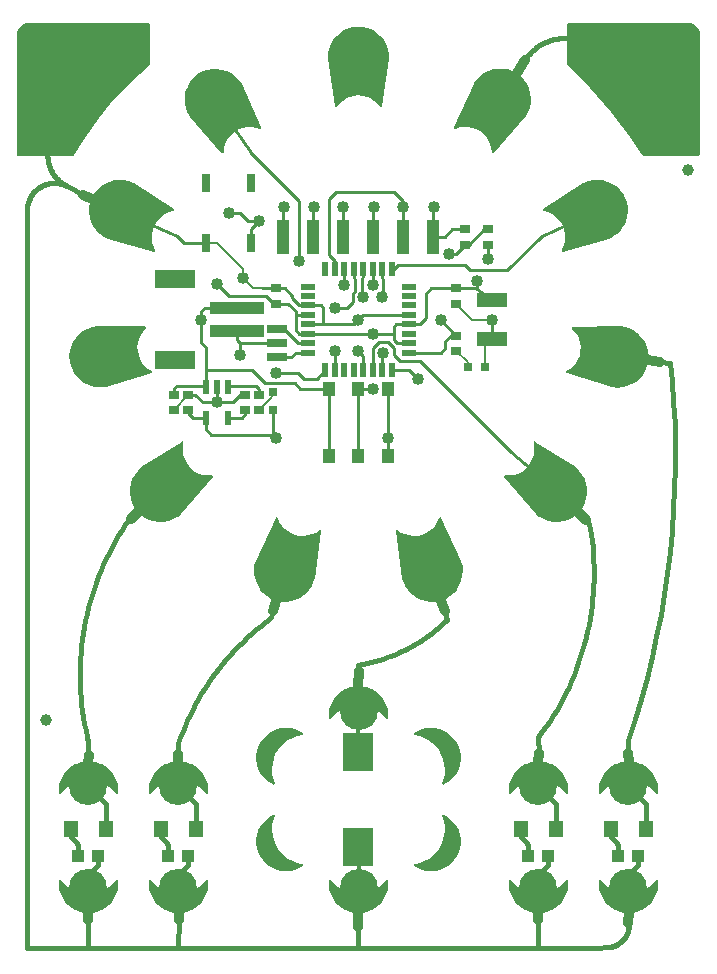
<source format=gbr>
G04 EAGLE Gerber RS-274X export*
G75*
%MOMM*%
%FSLAX34Y34*%
%LPD*%
%INTop Copper*%
%IPPOS*%
%AMOC8*
5,1,8,0,0,1.08239X$1,22.5*%
G01*
%ADD10C,3.216000*%
%ADD11R,2.500000X3.200000*%
%ADD12R,1.100000X1.000000*%
%ADD13R,1.200000X1.400000*%
%ADD14R,1.270000X0.558800*%
%ADD15R,0.558800X1.270000*%
%ADD16C,4.064000*%
%ADD17R,0.800000X0.800000*%
%ADD18R,0.900000X0.700000*%
%ADD19R,2.500000X1.200000*%
%ADD20R,1.700000X0.700000*%
%ADD21R,1.000000X3.000000*%
%ADD22R,4.600000X1.000000*%
%ADD23R,3.400000X1.600000*%
%ADD24R,1.000000X1.150000*%
%ADD25R,0.550000X1.200000*%
%ADD26R,0.762000X1.524000*%
%ADD27C,1.000000*%
%ADD28C,0.406400*%
%ADD29C,0.254000*%
%ADD30C,0.203200*%
%ADD31C,0.304800*%
%ADD32C,0.457200*%
%ADD33C,0.812800*%
%ADD34C,1.016000*%

G36*
X592894Y684793D02*
X592894Y684793D01*
X592952Y684791D01*
X593034Y684813D01*
X593118Y684825D01*
X593171Y684849D01*
X593227Y684863D01*
X593300Y684906D01*
X593377Y684941D01*
X593422Y684979D01*
X593472Y685009D01*
X593530Y685070D01*
X593594Y685125D01*
X593626Y685173D01*
X593666Y685216D01*
X593705Y685291D01*
X593752Y685361D01*
X593769Y685417D01*
X593796Y685469D01*
X593807Y685537D01*
X593837Y685632D01*
X593840Y685732D01*
X593851Y685800D01*
X593851Y787400D01*
X593843Y787456D01*
X593846Y787500D01*
X593680Y789184D01*
X593613Y789461D01*
X593609Y789467D01*
X593608Y789473D01*
X592319Y792586D01*
X592303Y792613D01*
X592293Y792642D01*
X592248Y792706D01*
X592174Y792831D01*
X592127Y792876D01*
X592098Y792916D01*
X589716Y795298D01*
X589691Y795317D01*
X589671Y795341D01*
X589604Y795382D01*
X589489Y795469D01*
X589428Y795492D01*
X589386Y795519D01*
X586273Y796808D01*
X585998Y796879D01*
X585991Y796879D01*
X585984Y796880D01*
X584300Y797046D01*
X584243Y797044D01*
X584200Y797051D01*
X482600Y797051D01*
X482542Y797043D01*
X482484Y797045D01*
X482402Y797023D01*
X482319Y797011D01*
X482265Y796988D01*
X482209Y796973D01*
X482136Y796930D01*
X482059Y796895D01*
X482014Y796857D01*
X481964Y796828D01*
X481906Y796766D01*
X481842Y796712D01*
X481810Y796663D01*
X481770Y796620D01*
X481731Y796545D01*
X481685Y796475D01*
X481667Y796419D01*
X481640Y796367D01*
X481629Y796299D01*
X481599Y796204D01*
X481596Y796104D01*
X481585Y796036D01*
X481585Y762000D01*
X481598Y761907D01*
X481602Y761813D01*
X481618Y761767D01*
X481625Y761719D01*
X481663Y761633D01*
X481693Y761544D01*
X481718Y761509D01*
X481741Y761459D01*
X481846Y761334D01*
X481891Y761273D01*
X501189Y742462D01*
X518877Y722185D01*
X534882Y700529D01*
X545260Y685230D01*
X545287Y685200D01*
X545309Y685164D01*
X545383Y685095D01*
X545451Y685019D01*
X545486Y684998D01*
X545516Y684970D01*
X545606Y684923D01*
X545693Y684870D01*
X545732Y684859D01*
X545769Y684840D01*
X545845Y684828D01*
X545966Y684794D01*
X546044Y684794D01*
X546100Y684785D01*
X592836Y684785D01*
X592894Y684793D01*
G37*
G36*
X63560Y684793D02*
X63560Y684793D01*
X63621Y684792D01*
X63700Y684813D01*
X63782Y684825D01*
X63837Y684849D01*
X63896Y684865D01*
X63966Y684907D01*
X64041Y684941D01*
X64087Y684980D01*
X64139Y685011D01*
X64184Y685062D01*
X64258Y685125D01*
X64315Y685210D01*
X64362Y685263D01*
X73469Y699875D01*
X85061Y716859D01*
X98009Y732806D01*
X112234Y747624D01*
X127672Y761239D01*
X127749Y761329D01*
X127830Y761416D01*
X127841Y761437D01*
X127856Y761455D01*
X127906Y761563D01*
X127960Y761669D01*
X127963Y761690D01*
X127974Y761713D01*
X128015Y761995D01*
X128015Y761998D01*
X128015Y762000D01*
X128015Y796036D01*
X128007Y796094D01*
X128009Y796152D01*
X127987Y796234D01*
X127975Y796318D01*
X127952Y796371D01*
X127937Y796427D01*
X127894Y796500D01*
X127859Y796577D01*
X127821Y796622D01*
X127792Y796672D01*
X127730Y796730D01*
X127676Y796794D01*
X127627Y796826D01*
X127584Y796866D01*
X127509Y796905D01*
X127439Y796952D01*
X127383Y796969D01*
X127331Y796996D01*
X127263Y797007D01*
X127168Y797037D01*
X127068Y797040D01*
X127000Y797051D01*
X25400Y797051D01*
X25344Y797043D01*
X25301Y797046D01*
X23616Y796880D01*
X23339Y796813D01*
X23333Y796809D01*
X23327Y796808D01*
X20214Y795519D01*
X20187Y795503D01*
X20158Y795493D01*
X20094Y795448D01*
X19969Y795374D01*
X19925Y795327D01*
X19884Y795298D01*
X17502Y792916D01*
X17483Y792891D01*
X17459Y792871D01*
X17418Y792804D01*
X17331Y792689D01*
X17308Y792628D01*
X17281Y792586D01*
X15992Y789473D01*
X15921Y789198D01*
X15921Y789191D01*
X15920Y789184D01*
X15754Y787500D01*
X15756Y787443D01*
X15749Y787400D01*
X15749Y685800D01*
X15757Y685742D01*
X15755Y685684D01*
X15777Y685602D01*
X15789Y685519D01*
X15812Y685465D01*
X15827Y685409D01*
X15870Y685336D01*
X15905Y685259D01*
X15943Y685214D01*
X15972Y685164D01*
X16034Y685106D01*
X16088Y685042D01*
X16137Y685010D01*
X16180Y684970D01*
X16255Y684931D01*
X16325Y684885D01*
X16381Y684867D01*
X16433Y684840D01*
X16501Y684829D01*
X16596Y684799D01*
X16696Y684796D01*
X16764Y684785D01*
X63500Y684785D01*
X63560Y684793D01*
G37*
G36*
X285923Y726103D02*
X285923Y726103D01*
X286065Y726121D01*
X286067Y726122D01*
X286068Y726122D01*
X286193Y726176D01*
X286326Y726233D01*
X286328Y726234D01*
X286329Y726235D01*
X286342Y726246D01*
X286546Y726413D01*
X286564Y726438D01*
X286583Y726455D01*
X288892Y729251D01*
X291556Y731590D01*
X294558Y733474D01*
X297823Y734856D01*
X301266Y735699D01*
X304800Y735983D01*
X308334Y735699D01*
X311777Y734856D01*
X315042Y733474D01*
X318044Y731590D01*
X320708Y729251D01*
X323017Y726455D01*
X323019Y726453D01*
X323020Y726452D01*
X323124Y726357D01*
X323227Y726263D01*
X323229Y726262D01*
X323230Y726261D01*
X323360Y726197D01*
X323482Y726137D01*
X323484Y726137D01*
X323485Y726136D01*
X323626Y726111D01*
X323762Y726086D01*
X323764Y726087D01*
X323765Y726086D01*
X323902Y726101D01*
X324044Y726116D01*
X324046Y726116D01*
X324048Y726117D01*
X324176Y726169D01*
X324308Y726222D01*
X324310Y726223D01*
X324311Y726224D01*
X324419Y726309D01*
X324532Y726397D01*
X324533Y726399D01*
X324534Y726400D01*
X324615Y726513D01*
X324698Y726628D01*
X324699Y726630D01*
X324700Y726631D01*
X324706Y726648D01*
X324794Y726895D01*
X324796Y726926D01*
X324804Y726950D01*
X330804Y766950D01*
X330805Y767083D01*
X330814Y767161D01*
X330578Y771156D01*
X330559Y771248D01*
X330556Y771314D01*
X329698Y775223D01*
X329665Y775311D01*
X329652Y775375D01*
X328193Y779102D01*
X328147Y779184D01*
X328123Y779245D01*
X326099Y782698D01*
X326041Y782771D01*
X326008Y782829D01*
X323469Y785922D01*
X323400Y785986D01*
X323359Y786037D01*
X320367Y788696D01*
X320289Y788747D01*
X320240Y788792D01*
X316869Y790949D01*
X316784Y790988D01*
X316729Y791025D01*
X313062Y792628D01*
X312972Y792654D01*
X312912Y792681D01*
X309039Y793691D01*
X308946Y793702D01*
X308882Y793719D01*
X304900Y794111D01*
X304808Y794108D01*
X304757Y794108D01*
X304700Y794111D01*
X300718Y793719D01*
X300627Y793697D01*
X300561Y793691D01*
X296688Y792680D01*
X296602Y792644D01*
X296538Y792628D01*
X292871Y791024D01*
X292792Y790975D01*
X292731Y790949D01*
X289360Y788792D01*
X289289Y788731D01*
X289233Y788695D01*
X286241Y786037D01*
X286181Y785966D01*
X286131Y785922D01*
X283592Y782829D01*
X283543Y782749D01*
X283501Y782698D01*
X281477Y779245D01*
X281441Y779159D01*
X281408Y779102D01*
X279949Y775375D01*
X279927Y775284D01*
X279902Y775223D01*
X279044Y771314D01*
X279037Y771220D01*
X279023Y771156D01*
X278787Y767161D01*
X278797Y767029D01*
X278796Y766950D01*
X284796Y726950D01*
X284797Y726949D01*
X284797Y726947D01*
X284836Y726816D01*
X284877Y726678D01*
X284878Y726676D01*
X284879Y726674D01*
X284955Y726557D01*
X285031Y726439D01*
X285032Y726437D01*
X285033Y726436D01*
X285140Y726343D01*
X285244Y726251D01*
X285246Y726250D01*
X285248Y726249D01*
X285376Y726190D01*
X285502Y726131D01*
X285504Y726130D01*
X285505Y726129D01*
X285645Y726108D01*
X285783Y726086D01*
X285784Y726086D01*
X285786Y726086D01*
X285923Y726103D01*
G37*
G36*
X370418Y307251D02*
X370418Y307251D01*
X370510Y307266D01*
X370576Y307268D01*
X374509Y308009D01*
X374625Y308049D01*
X374700Y308065D01*
X378413Y309560D01*
X378494Y309606D01*
X378555Y309630D01*
X381988Y311687D01*
X382061Y311746D01*
X382118Y311780D01*
X385187Y314348D01*
X385250Y314418D01*
X385301Y314460D01*
X387931Y317477D01*
X387982Y317555D01*
X388026Y317604D01*
X390151Y320996D01*
X390189Y321081D01*
X390225Y321137D01*
X391793Y324819D01*
X391818Y324909D01*
X391844Y324970D01*
X392818Y328852D01*
X392828Y328945D01*
X392844Y329009D01*
X393198Y332995D01*
X393194Y333088D01*
X393200Y333154D01*
X392926Y337147D01*
X392907Y337238D01*
X392903Y337305D01*
X392008Y341205D01*
X391961Y341329D01*
X391940Y341405D01*
X374955Y378113D01*
X374954Y378115D01*
X374953Y378116D01*
X374878Y378232D01*
X374800Y378352D01*
X374799Y378353D01*
X374798Y378355D01*
X374692Y378446D01*
X374586Y378538D01*
X374584Y378539D01*
X374583Y378540D01*
X374454Y378600D01*
X374328Y378658D01*
X374326Y378658D01*
X374324Y378659D01*
X374186Y378680D01*
X374047Y378702D01*
X374045Y378702D01*
X374043Y378702D01*
X373903Y378684D01*
X373765Y378666D01*
X373763Y378665D01*
X373761Y378665D01*
X373630Y378608D01*
X373504Y378553D01*
X373503Y378552D01*
X373501Y378551D01*
X373392Y378461D01*
X373285Y378372D01*
X373284Y378371D01*
X373282Y378370D01*
X373272Y378354D01*
X373124Y378138D01*
X373114Y378109D01*
X373100Y378087D01*
X371669Y374755D01*
X369769Y371763D01*
X367416Y369111D01*
X364670Y366869D01*
X361602Y365093D01*
X358290Y363829D01*
X354819Y363110D01*
X351277Y362953D01*
X347756Y363362D01*
X344345Y364328D01*
X341132Y365825D01*
X338131Y367861D01*
X338129Y367862D01*
X338128Y367864D01*
X338001Y367925D01*
X337875Y367987D01*
X337874Y367987D01*
X337872Y367988D01*
X337733Y368012D01*
X337595Y368036D01*
X337594Y368036D01*
X337592Y368036D01*
X337455Y368021D01*
X337313Y368006D01*
X337311Y368005D01*
X337309Y368005D01*
X337182Y367953D01*
X337050Y367899D01*
X337048Y367897D01*
X337046Y367897D01*
X336938Y367811D01*
X336826Y367722D01*
X336825Y367721D01*
X336824Y367720D01*
X336743Y367605D01*
X336661Y367491D01*
X336660Y367490D01*
X336659Y367488D01*
X336613Y367356D01*
X336566Y367223D01*
X336566Y367221D01*
X336565Y367220D01*
X336564Y367202D01*
X336549Y366940D01*
X336556Y366909D01*
X336555Y366884D01*
X342023Y326808D01*
X342059Y326680D01*
X342073Y326603D01*
X343420Y322835D01*
X343464Y322752D01*
X343486Y322689D01*
X345406Y319178D01*
X345462Y319103D01*
X345493Y319045D01*
X347939Y315877D01*
X348006Y315812D01*
X348046Y315759D01*
X350958Y313013D01*
X351034Y312960D01*
X351082Y312914D01*
X354387Y310657D01*
X354471Y310616D01*
X354526Y310578D01*
X358143Y308866D01*
X358233Y308838D01*
X358292Y308809D01*
X362133Y307684D01*
X362225Y307671D01*
X362289Y307652D01*
X366258Y307142D01*
X366352Y307143D01*
X366417Y307134D01*
X370418Y307251D01*
G37*
G36*
X243277Y307144D02*
X243277Y307144D01*
X243343Y307142D01*
X247312Y307652D01*
X247402Y307677D01*
X247468Y307685D01*
X251309Y308810D01*
X251394Y308848D01*
X251458Y308866D01*
X255075Y310578D01*
X255153Y310630D01*
X255213Y310657D01*
X258519Y312914D01*
X258588Y312977D01*
X258643Y313014D01*
X261554Y315760D01*
X261613Y315833D01*
X261661Y315878D01*
X264108Y319045D01*
X264154Y319126D01*
X264195Y319178D01*
X266115Y322690D01*
X266148Y322777D01*
X266181Y322835D01*
X267528Y326603D01*
X267555Y326733D01*
X267578Y326808D01*
X273046Y366884D01*
X273046Y366886D01*
X273047Y366888D01*
X273046Y367027D01*
X273045Y367168D01*
X273044Y367170D01*
X273044Y367172D01*
X273004Y367307D01*
X272965Y367441D01*
X272964Y367443D01*
X272963Y367445D01*
X272886Y367565D01*
X272812Y367681D01*
X272811Y367682D01*
X272810Y367684D01*
X272702Y367778D01*
X272599Y367869D01*
X272597Y367870D01*
X272596Y367871D01*
X272468Y367931D01*
X272342Y367991D01*
X272340Y367991D01*
X272338Y367992D01*
X272202Y368013D01*
X272061Y368036D01*
X272059Y368036D01*
X272058Y368036D01*
X271916Y368019D01*
X271779Y368002D01*
X271777Y368002D01*
X271775Y368001D01*
X271758Y367994D01*
X271517Y367892D01*
X271493Y367872D01*
X271470Y367861D01*
X268469Y365825D01*
X265256Y364328D01*
X261845Y363362D01*
X258324Y362953D01*
X254782Y363110D01*
X251311Y363829D01*
X247999Y365093D01*
X244931Y366869D01*
X242185Y369111D01*
X239832Y371763D01*
X237932Y374755D01*
X236501Y378087D01*
X236500Y378089D01*
X236499Y378091D01*
X236425Y378211D01*
X236353Y378330D01*
X236351Y378332D01*
X236350Y378333D01*
X236247Y378428D01*
X236144Y378523D01*
X236142Y378524D01*
X236141Y378525D01*
X236016Y378587D01*
X235889Y378650D01*
X235887Y378650D01*
X235886Y378651D01*
X235746Y378676D01*
X235610Y378701D01*
X235608Y378701D01*
X235606Y378701D01*
X235464Y378687D01*
X235327Y378673D01*
X235325Y378672D01*
X235323Y378672D01*
X235190Y378618D01*
X235063Y378567D01*
X235061Y378566D01*
X235059Y378566D01*
X234947Y378478D01*
X234838Y378393D01*
X234837Y378391D01*
X234836Y378390D01*
X234825Y378375D01*
X234671Y378163D01*
X234661Y378134D01*
X234646Y378113D01*
X217661Y341405D01*
X217622Y341278D01*
X217593Y341205D01*
X216698Y337305D01*
X216690Y337212D01*
X216674Y337147D01*
X216401Y333154D01*
X216407Y333061D01*
X216402Y332995D01*
X216756Y329009D01*
X216778Y328917D01*
X216783Y328852D01*
X217756Y324970D01*
X217792Y324883D01*
X217807Y324819D01*
X219376Y321137D01*
X219424Y321057D01*
X219450Y320995D01*
X221575Y317604D01*
X221635Y317533D01*
X221670Y317476D01*
X224300Y314459D01*
X224370Y314398D01*
X224413Y314348D01*
X227483Y311779D01*
X227562Y311730D01*
X227612Y311687D01*
X231046Y309630D01*
X231132Y309594D01*
X231188Y309559D01*
X234901Y308065D01*
X235020Y308036D01*
X235092Y308009D01*
X239025Y307268D01*
X239118Y307264D01*
X239183Y307251D01*
X243184Y307134D01*
X243277Y307144D01*
G37*
G36*
X477584Y603271D02*
X477584Y603271D01*
X477846Y603293D01*
X477875Y603304D01*
X477900Y603307D01*
X516786Y614435D01*
X516908Y614489D01*
X516982Y614513D01*
X520520Y616385D01*
X520595Y616440D01*
X520654Y616470D01*
X523855Y618872D01*
X523922Y618938D01*
X523975Y618977D01*
X526761Y621850D01*
X526774Y621868D01*
X526791Y621882D01*
X526827Y621937D01*
X526863Y621973D01*
X529165Y625246D01*
X529208Y625329D01*
X529247Y625383D01*
X531009Y628977D01*
X531038Y629066D01*
X531067Y629125D01*
X532246Y632949D01*
X532261Y633042D01*
X532281Y633105D01*
X532846Y637067D01*
X532846Y637160D01*
X532856Y637226D01*
X532795Y641228D01*
X532781Y641320D01*
X532780Y641386D01*
X532094Y645329D01*
X532065Y645418D01*
X532054Y645483D01*
X530759Y649270D01*
X530736Y649316D01*
X530729Y649345D01*
X530697Y649399D01*
X530677Y649451D01*
X528668Y652913D01*
X528610Y652986D01*
X528578Y653044D01*
X526052Y656149D01*
X525984Y656212D01*
X525942Y656264D01*
X522962Y658935D01*
X522885Y658987D01*
X522836Y659032D01*
X519475Y661204D01*
X519390Y661244D01*
X519334Y661280D01*
X515675Y662900D01*
X515585Y662926D01*
X515525Y662953D01*
X511657Y663980D01*
X511564Y663991D01*
X511500Y664009D01*
X507519Y664419D01*
X507425Y664415D01*
X507360Y664423D01*
X503363Y664205D01*
X503272Y664187D01*
X503206Y664184D01*
X499293Y663343D01*
X499205Y663311D01*
X499140Y663298D01*
X495407Y661856D01*
X495291Y661791D01*
X495219Y661760D01*
X461309Y639712D01*
X461307Y639711D01*
X461306Y639710D01*
X461198Y639616D01*
X461095Y639526D01*
X461094Y639524D01*
X461092Y639523D01*
X461016Y639404D01*
X460940Y639287D01*
X460940Y639285D01*
X460939Y639283D01*
X460900Y639151D01*
X460859Y639014D01*
X460859Y639013D01*
X460858Y639011D01*
X460857Y638871D01*
X460855Y638730D01*
X460856Y638728D01*
X460856Y638726D01*
X460894Y638589D01*
X460931Y638456D01*
X460932Y638455D01*
X460933Y638453D01*
X461008Y638331D01*
X461080Y638214D01*
X461082Y638213D01*
X461083Y638211D01*
X461186Y638118D01*
X461290Y638023D01*
X461292Y638022D01*
X461293Y638020D01*
X461310Y638013D01*
X461545Y637897D01*
X461576Y637891D01*
X461599Y637881D01*
X465101Y636940D01*
X468334Y635486D01*
X471294Y633535D01*
X473905Y631137D01*
X476100Y628353D01*
X477823Y625255D01*
X479031Y621922D01*
X479691Y618439D01*
X479788Y614896D01*
X479319Y611382D01*
X478295Y607988D01*
X476708Y604727D01*
X476707Y604725D01*
X476706Y604724D01*
X476664Y604592D01*
X476620Y604457D01*
X476620Y604455D01*
X476620Y604453D01*
X476616Y604314D01*
X476611Y604172D01*
X476612Y604171D01*
X476612Y604169D01*
X476646Y604035D01*
X476681Y603897D01*
X476682Y603895D01*
X476683Y603893D01*
X476756Y603771D01*
X476825Y603652D01*
X476827Y603650D01*
X476828Y603649D01*
X476931Y603552D01*
X477031Y603456D01*
X477033Y603455D01*
X477035Y603454D01*
X477157Y603391D01*
X477284Y603325D01*
X477286Y603325D01*
X477287Y603324D01*
X477423Y603297D01*
X477562Y603269D01*
X477564Y603269D01*
X477566Y603269D01*
X477584Y603271D01*
G37*
G36*
X139776Y375054D02*
X139776Y375054D01*
X139868Y375070D01*
X139934Y375071D01*
X143869Y375802D01*
X143957Y375832D01*
X144023Y375843D01*
X147795Y377181D01*
X147878Y377224D01*
X147940Y377245D01*
X151457Y379156D01*
X151532Y379212D01*
X151590Y379243D01*
X154764Y381680D01*
X154857Y381775D01*
X154917Y381825D01*
X181223Y412550D01*
X181224Y412552D01*
X181225Y412553D01*
X181301Y412673D01*
X181376Y412790D01*
X181376Y412792D01*
X181377Y412793D01*
X181418Y412932D01*
X181456Y413063D01*
X181456Y413064D01*
X181457Y413066D01*
X181457Y413211D01*
X181458Y413347D01*
X181457Y413349D01*
X181457Y413351D01*
X181418Y413487D01*
X181381Y413620D01*
X181380Y413622D01*
X181379Y413624D01*
X181307Y413739D01*
X181230Y413862D01*
X181229Y413863D01*
X181228Y413865D01*
X181123Y413959D01*
X181019Y414052D01*
X181018Y414053D01*
X181016Y414054D01*
X180890Y414115D01*
X180764Y414177D01*
X180762Y414177D01*
X180760Y414178D01*
X180743Y414180D01*
X180484Y414225D01*
X180453Y414222D01*
X180428Y414225D01*
X176802Y414140D01*
X173290Y414622D01*
X169900Y415658D01*
X166718Y417221D01*
X166461Y417403D01*
X163826Y419271D01*
X161299Y421756D01*
X159199Y424613D01*
X157582Y427768D01*
X156489Y431140D01*
X155947Y434643D01*
X155971Y438188D01*
X156573Y441764D01*
X156573Y441766D01*
X156573Y441768D01*
X156576Y441904D01*
X156580Y442049D01*
X156580Y442050D01*
X156580Y442052D01*
X156544Y442186D01*
X156509Y442324D01*
X156508Y442325D01*
X156507Y442327D01*
X156435Y442447D01*
X156364Y442568D01*
X156362Y442569D01*
X156361Y442571D01*
X156258Y442667D01*
X156156Y442763D01*
X156155Y442764D01*
X156153Y442765D01*
X156025Y442830D01*
X155903Y442892D01*
X155902Y442893D01*
X155900Y442894D01*
X155762Y442920D01*
X155624Y442947D01*
X155622Y442947D01*
X155621Y442947D01*
X155481Y442934D01*
X155341Y442922D01*
X155339Y442921D01*
X155337Y442921D01*
X155321Y442914D01*
X155076Y442819D01*
X155051Y442800D01*
X155028Y442790D01*
X120866Y421136D01*
X120764Y421050D01*
X120700Y421005D01*
X117835Y418211D01*
X117778Y418137D01*
X117730Y418091D01*
X115337Y414883D01*
X115292Y414801D01*
X115252Y414749D01*
X113390Y411206D01*
X113359Y411118D01*
X113327Y411060D01*
X112043Y407269D01*
X112025Y407177D01*
X112004Y407115D01*
X111328Y403170D01*
X111325Y403077D01*
X111313Y403011D01*
X111263Y399010D01*
X111275Y398917D01*
X111273Y398851D01*
X111849Y394890D01*
X111876Y394800D01*
X111885Y394735D01*
X113073Y390913D01*
X113106Y390845D01*
X113117Y390800D01*
X113126Y390785D01*
X113132Y390765D01*
X114904Y387177D01*
X114957Y387099D01*
X114985Y387040D01*
X117297Y383772D01*
X117381Y383683D01*
X117427Y383622D01*
X120331Y380869D01*
X120407Y380814D01*
X120455Y380768D01*
X123754Y378503D01*
X123838Y378461D01*
X123892Y378423D01*
X127505Y376702D01*
X127595Y376674D01*
X127654Y376645D01*
X131492Y375510D01*
X131584Y375496D01*
X131648Y375477D01*
X135616Y374956D01*
X135709Y374957D01*
X135775Y374948D01*
X139776Y375054D01*
G37*
G36*
X131984Y603168D02*
X131984Y603168D01*
X131986Y603168D01*
X132125Y603188D01*
X132263Y603208D01*
X132265Y603209D01*
X132267Y603209D01*
X132396Y603268D01*
X132522Y603325D01*
X132524Y603326D01*
X132525Y603327D01*
X132632Y603418D01*
X132739Y603509D01*
X132740Y603511D01*
X132741Y603512D01*
X132817Y603626D01*
X132896Y603746D01*
X132896Y603748D01*
X132898Y603749D01*
X132939Y603882D01*
X132981Y604017D01*
X132981Y604019D01*
X132982Y604021D01*
X132984Y604160D01*
X132988Y604301D01*
X132987Y604303D01*
X132987Y604305D01*
X132982Y604322D01*
X132915Y604576D01*
X132899Y604603D01*
X132892Y604627D01*
X131305Y607888D01*
X130281Y611282D01*
X129812Y614796D01*
X129909Y618339D01*
X130569Y621822D01*
X131777Y625155D01*
X133500Y628253D01*
X135695Y631037D01*
X138306Y633435D01*
X141266Y635386D01*
X144499Y636840D01*
X148001Y637781D01*
X148003Y637782D01*
X148005Y637782D01*
X148134Y637837D01*
X148263Y637892D01*
X148264Y637894D01*
X148266Y637894D01*
X148373Y637982D01*
X148483Y638072D01*
X148484Y638074D01*
X148486Y638075D01*
X148566Y638191D01*
X148645Y638306D01*
X148646Y638307D01*
X148647Y638309D01*
X148691Y638441D01*
X148736Y638575D01*
X148736Y638577D01*
X148736Y638579D01*
X148742Y638718D01*
X148748Y638859D01*
X148748Y638861D01*
X148748Y638863D01*
X148715Y638997D01*
X148682Y639135D01*
X148681Y639137D01*
X148680Y639139D01*
X148611Y639260D01*
X148541Y639382D01*
X148539Y639384D01*
X148538Y639385D01*
X148525Y639398D01*
X148337Y639581D01*
X148310Y639595D01*
X148291Y639612D01*
X114381Y661660D01*
X114261Y661716D01*
X114193Y661756D01*
X110460Y663198D01*
X110369Y663219D01*
X110307Y663244D01*
X106394Y664084D01*
X106301Y664091D01*
X106237Y664105D01*
X102240Y664323D01*
X102147Y664315D01*
X102081Y664319D01*
X98100Y663909D01*
X98009Y663887D01*
X97943Y663881D01*
X94075Y662853D01*
X93989Y662817D01*
X93925Y662800D01*
X90265Y661180D01*
X90186Y661131D01*
X90125Y661105D01*
X86764Y658932D01*
X86693Y658871D01*
X86638Y658836D01*
X83658Y656164D01*
X83597Y656093D01*
X83548Y656049D01*
X81022Y652944D01*
X80974Y652864D01*
X80932Y652813D01*
X78923Y649351D01*
X78910Y649318D01*
X78893Y649293D01*
X78873Y649230D01*
X78841Y649170D01*
X77546Y645383D01*
X77528Y645291D01*
X77506Y645229D01*
X76820Y641286D01*
X76817Y641193D01*
X76805Y641128D01*
X76744Y637126D01*
X76756Y637033D01*
X76754Y636967D01*
X77320Y633005D01*
X77346Y632915D01*
X77355Y632850D01*
X78533Y629025D01*
X78573Y628940D01*
X78592Y628877D01*
X80354Y625283D01*
X80406Y625206D01*
X80435Y625146D01*
X82737Y621873D01*
X82760Y621849D01*
X82776Y621821D01*
X82815Y621785D01*
X82839Y621750D01*
X85625Y618877D01*
X85699Y618820D01*
X85745Y618772D01*
X88946Y616370D01*
X89028Y616325D01*
X89081Y616285D01*
X92618Y614413D01*
X92743Y614368D01*
X92814Y614335D01*
X131700Y603207D01*
X131702Y603206D01*
X131704Y603206D01*
X131843Y603187D01*
X131982Y603168D01*
X131984Y603168D01*
G37*
G36*
X473919Y374958D02*
X473919Y374958D01*
X473985Y374956D01*
X477953Y375477D01*
X478044Y375502D01*
X478109Y375510D01*
X481947Y376645D01*
X482032Y376684D01*
X482096Y376702D01*
X485709Y378423D01*
X485787Y378475D01*
X485847Y378503D01*
X489146Y380768D01*
X489215Y380831D01*
X489270Y380868D01*
X492174Y383622D01*
X492251Y383718D01*
X492304Y383772D01*
X494616Y387040D01*
X494658Y387123D01*
X494697Y387177D01*
X496469Y390765D01*
X496498Y390854D01*
X496528Y390913D01*
X497716Y394735D01*
X497731Y394827D01*
X497751Y394890D01*
X498327Y398851D01*
X498328Y398944D01*
X498338Y399010D01*
X498287Y403011D01*
X498273Y403104D01*
X498273Y403170D01*
X497597Y407115D01*
X497568Y407204D01*
X497558Y407269D01*
X496273Y411059D01*
X496231Y411143D01*
X496210Y411206D01*
X494349Y414749D01*
X494294Y414824D01*
X494264Y414883D01*
X491871Y418091D01*
X491805Y418158D01*
X491766Y418211D01*
X488901Y421005D01*
X488794Y421084D01*
X488735Y421136D01*
X454573Y442790D01*
X454571Y442791D01*
X454570Y442792D01*
X454445Y442848D01*
X454314Y442907D01*
X454312Y442908D01*
X454310Y442909D01*
X454173Y442928D01*
X454032Y442948D01*
X454031Y442948D01*
X454029Y442948D01*
X453891Y442929D01*
X453751Y442909D01*
X453749Y442908D01*
X453747Y442908D01*
X453619Y442850D01*
X453491Y442794D01*
X453490Y442792D01*
X453488Y442792D01*
X453378Y442699D01*
X453274Y442611D01*
X453272Y442609D01*
X453271Y442608D01*
X453191Y442488D01*
X453115Y442375D01*
X453115Y442373D01*
X453114Y442371D01*
X453070Y442233D01*
X453029Y442104D01*
X453029Y442102D01*
X453028Y442100D01*
X453028Y442081D01*
X453020Y441820D01*
X453028Y441790D01*
X453028Y441764D01*
X453630Y438188D01*
X453654Y434643D01*
X453112Y431140D01*
X452019Y427768D01*
X450402Y424613D01*
X448302Y421756D01*
X445775Y419271D01*
X442883Y417221D01*
X439701Y415658D01*
X436311Y414622D01*
X432799Y414140D01*
X429173Y414225D01*
X429171Y414225D01*
X429169Y414226D01*
X429031Y414209D01*
X428891Y414192D01*
X428889Y414192D01*
X428887Y414191D01*
X428759Y414137D01*
X428629Y414082D01*
X428627Y414081D01*
X428626Y414080D01*
X428514Y413990D01*
X428408Y413904D01*
X428406Y413902D01*
X428405Y413901D01*
X428323Y413784D01*
X428244Y413671D01*
X428244Y413669D01*
X428243Y413667D01*
X428198Y413535D01*
X428152Y413402D01*
X428152Y413400D01*
X428151Y413398D01*
X428145Y413256D01*
X428138Y413118D01*
X428139Y413116D01*
X428139Y413114D01*
X428171Y412977D01*
X428203Y412841D01*
X428204Y412840D01*
X428205Y412838D01*
X428214Y412823D01*
X428343Y412594D01*
X428365Y412572D01*
X428378Y412550D01*
X454684Y381825D01*
X454783Y381738D01*
X454837Y381680D01*
X458011Y379243D01*
X458077Y379205D01*
X458090Y379193D01*
X458110Y379183D01*
X458144Y379156D01*
X461661Y377245D01*
X461748Y377212D01*
X461806Y377180D01*
X465578Y375843D01*
X465670Y375824D01*
X465732Y375802D01*
X469667Y375071D01*
X469760Y375067D01*
X469825Y375054D01*
X473826Y374948D01*
X473919Y374958D01*
G37*
G36*
X528047Y488830D02*
X528047Y488830D01*
X528138Y488850D01*
X528204Y488854D01*
X532101Y489766D01*
X532188Y489800D01*
X532253Y489815D01*
X535959Y491325D01*
X536040Y491372D01*
X536101Y491397D01*
X539525Y493469D01*
X539598Y493528D01*
X539655Y493562D01*
X542713Y496143D01*
X542775Y496213D01*
X542826Y496255D01*
X545442Y499284D01*
X545493Y499363D01*
X545537Y499412D01*
X547647Y502813D01*
X547685Y502899D01*
X547720Y502954D01*
X549273Y506643D01*
X549297Y506733D01*
X549323Y506794D01*
X550279Y510681D01*
X550281Y510702D01*
X550282Y510703D01*
X550282Y510707D01*
X550291Y510803D01*
X550308Y510878D01*
X550487Y514876D01*
X550478Y514968D01*
X550478Y514970D01*
X550482Y515035D01*
X550480Y515048D01*
X550366Y516063D01*
X550366Y516064D01*
X550034Y519012D01*
X550010Y519102D01*
X550004Y519168D01*
X548939Y523026D01*
X548902Y523112D01*
X548885Y523176D01*
X547230Y526820D01*
X547180Y526899D01*
X547153Y526959D01*
X544949Y530299D01*
X544887Y530370D01*
X544851Y530425D01*
X542151Y533379D01*
X542079Y533439D01*
X542034Y533488D01*
X538906Y535984D01*
X538825Y536031D01*
X538774Y536073D01*
X535293Y538049D01*
X535206Y538083D01*
X535149Y538116D01*
X531402Y539523D01*
X531311Y539543D01*
X531249Y539567D01*
X527329Y540370D01*
X527196Y540379D01*
X527119Y540391D01*
X486672Y540158D01*
X486670Y540157D01*
X486668Y540158D01*
X486527Y540136D01*
X486391Y540116D01*
X486389Y540115D01*
X486387Y540115D01*
X486263Y540058D01*
X486132Y539998D01*
X486131Y539997D01*
X486129Y539996D01*
X486025Y539907D01*
X485916Y539814D01*
X485915Y539812D01*
X485914Y539811D01*
X485838Y539695D01*
X485760Y539576D01*
X485759Y539574D01*
X485758Y539573D01*
X485717Y539436D01*
X485676Y539304D01*
X485676Y539303D01*
X485675Y539301D01*
X485673Y539158D01*
X485670Y539020D01*
X485671Y539018D01*
X485671Y539016D01*
X485707Y538884D01*
X485744Y538746D01*
X485745Y538744D01*
X485745Y538742D01*
X485754Y538727D01*
X485890Y538502D01*
X485913Y538481D01*
X485927Y538460D01*
X488365Y535776D01*
X490300Y532805D01*
X491737Y529565D01*
X492639Y526136D01*
X492982Y522608D01*
X492759Y519070D01*
X491974Y515613D01*
X490648Y512325D01*
X488816Y509291D01*
X486522Y506587D01*
X483827Y504284D01*
X480730Y502398D01*
X480729Y502397D01*
X480727Y502396D01*
X480619Y502307D01*
X480510Y502218D01*
X480509Y502216D01*
X480508Y502215D01*
X480430Y502101D01*
X480349Y501983D01*
X480349Y501981D01*
X480348Y501980D01*
X480304Y501848D01*
X480259Y501714D01*
X480259Y501712D01*
X480259Y501710D01*
X480253Y501566D01*
X480248Y501430D01*
X480248Y501428D01*
X480248Y501426D01*
X480282Y501291D01*
X480316Y501153D01*
X480317Y501152D01*
X480317Y501150D01*
X480387Y501029D01*
X480457Y500907D01*
X480459Y500906D01*
X480460Y500904D01*
X480560Y500808D01*
X480662Y500709D01*
X480663Y500708D01*
X480665Y500707D01*
X480681Y500699D01*
X480913Y500576D01*
X480943Y500570D01*
X480966Y500559D01*
X519701Y488915D01*
X519832Y488895D01*
X519908Y488875D01*
X523896Y488539D01*
X523989Y488544D01*
X524055Y488538D01*
X528047Y488830D01*
G37*
G36*
X418838Y687141D02*
X418838Y687141D01*
X418977Y687155D01*
X418978Y687155D01*
X418980Y687155D01*
X419112Y687208D01*
X419241Y687259D01*
X419243Y687260D01*
X419245Y687260D01*
X419259Y687272D01*
X419467Y687432D01*
X419485Y687457D01*
X419505Y687473D01*
X446163Y717892D01*
X446236Y718003D01*
X446285Y718064D01*
X448245Y721553D01*
X448279Y721640D01*
X448312Y721698D01*
X449702Y725451D01*
X449721Y725542D01*
X449745Y725604D01*
X450531Y729528D01*
X450534Y729587D01*
X450538Y729599D01*
X450539Y729636D01*
X450550Y729687D01*
X450712Y733685D01*
X450703Y733778D01*
X450706Y733845D01*
X450240Y737820D01*
X450217Y737910D01*
X450210Y737976D01*
X449128Y741829D01*
X449091Y741915D01*
X449073Y741979D01*
X447402Y745615D01*
X447352Y745694D01*
X447325Y745754D01*
X445106Y749085D01*
X445043Y749155D01*
X445007Y749210D01*
X442294Y752153D01*
X442222Y752212D01*
X442177Y752261D01*
X439038Y754743D01*
X438932Y754805D01*
X438870Y754850D01*
X435307Y756672D01*
X435218Y756702D01*
X435160Y756733D01*
X431355Y757975D01*
X431263Y757991D01*
X431200Y758012D01*
X427248Y758643D01*
X427155Y758645D01*
X427089Y758656D01*
X423087Y758661D01*
X422995Y758648D01*
X422928Y758649D01*
X418975Y758028D01*
X418885Y758001D01*
X418820Y757991D01*
X415012Y756759D01*
X414928Y756718D01*
X414865Y756699D01*
X411296Y754887D01*
X411220Y754833D01*
X411160Y754804D01*
X407919Y752456D01*
X407852Y752391D01*
X407798Y752352D01*
X404964Y749526D01*
X404908Y749452D01*
X404861Y749405D01*
X402504Y746171D01*
X402441Y746054D01*
X402398Y745989D01*
X385837Y709087D01*
X385837Y709085D01*
X385836Y709083D01*
X385797Y708948D01*
X385758Y708814D01*
X385758Y708812D01*
X385758Y708810D01*
X385758Y708668D01*
X385758Y708529D01*
X385759Y708528D01*
X385759Y708526D01*
X385799Y708388D01*
X385837Y708256D01*
X385838Y708255D01*
X385839Y708253D01*
X385914Y708134D01*
X385988Y708016D01*
X385990Y708014D01*
X385991Y708013D01*
X386096Y707919D01*
X386201Y707826D01*
X386202Y707826D01*
X386204Y707824D01*
X386332Y707763D01*
X386457Y707703D01*
X386459Y707703D01*
X386461Y707702D01*
X386599Y707679D01*
X386737Y707656D01*
X386739Y707656D01*
X386741Y707656D01*
X386759Y707659D01*
X387020Y707689D01*
X387048Y707701D01*
X387073Y707704D01*
X390527Y708810D01*
X394032Y709339D01*
X397577Y709303D01*
X401071Y708702D01*
X401651Y708503D01*
X404424Y707551D01*
X407551Y705881D01*
X410371Y703733D01*
X412813Y701163D01*
X414814Y698237D01*
X416323Y695029D01*
X417301Y691622D01*
X417733Y688021D01*
X417734Y688019D01*
X417733Y688017D01*
X417770Y687882D01*
X417806Y687746D01*
X417807Y687745D01*
X417808Y687743D01*
X417880Y687623D01*
X417952Y687503D01*
X417954Y687501D01*
X417955Y687500D01*
X418058Y687404D01*
X418161Y687309D01*
X418162Y687308D01*
X418164Y687307D01*
X418287Y687245D01*
X418414Y687181D01*
X418416Y687180D01*
X418418Y687180D01*
X418553Y687155D01*
X418694Y687128D01*
X418696Y687128D01*
X418698Y687128D01*
X418838Y687141D01*
G37*
G36*
X189713Y686906D02*
X189713Y686906D01*
X189853Y686924D01*
X189855Y686925D01*
X189857Y686925D01*
X189983Y686981D01*
X190114Y687038D01*
X190115Y687040D01*
X190117Y687040D01*
X190223Y687129D01*
X190332Y687220D01*
X190333Y687222D01*
X190335Y687223D01*
X190412Y687338D01*
X190492Y687456D01*
X190492Y687457D01*
X190493Y687459D01*
X190499Y687476D01*
X190580Y687726D01*
X190581Y687757D01*
X190588Y687781D01*
X191020Y691382D01*
X191998Y694789D01*
X193507Y697997D01*
X195508Y700923D01*
X197950Y703493D01*
X200770Y705641D01*
X203897Y707311D01*
X207250Y708462D01*
X210744Y709063D01*
X214289Y709099D01*
X217794Y708570D01*
X221248Y707464D01*
X221250Y707464D01*
X221251Y707463D01*
X221392Y707440D01*
X221528Y707416D01*
X221530Y707417D01*
X221532Y707416D01*
X221673Y707433D01*
X221810Y707448D01*
X221812Y707449D01*
X221814Y707449D01*
X221942Y707503D01*
X222073Y707557D01*
X222075Y707558D01*
X222076Y707559D01*
X222184Y707645D01*
X222295Y707734D01*
X222297Y707736D01*
X222298Y707737D01*
X222378Y707850D01*
X222460Y707966D01*
X222460Y707968D01*
X222461Y707969D01*
X222507Y708101D01*
X222553Y708234D01*
X222553Y708236D01*
X222554Y708238D01*
X222561Y708375D01*
X222569Y708518D01*
X222568Y708520D01*
X222569Y708522D01*
X222564Y708540D01*
X222505Y708795D01*
X222490Y708822D01*
X222484Y708847D01*
X205923Y745749D01*
X205852Y745861D01*
X205817Y745931D01*
X203460Y749165D01*
X203395Y749233D01*
X203357Y749286D01*
X200523Y752113D01*
X200448Y752169D01*
X200402Y752216D01*
X197161Y754564D01*
X197078Y754608D01*
X197025Y754647D01*
X193456Y756459D01*
X193368Y756489D01*
X193309Y756520D01*
X189501Y757751D01*
X189409Y757767D01*
X189346Y757788D01*
X185393Y758409D01*
X185299Y758411D01*
X185234Y758421D01*
X181232Y758416D01*
X181139Y758403D01*
X181073Y758403D01*
X177121Y757772D01*
X177032Y757745D01*
X176966Y757735D01*
X173161Y756493D01*
X173077Y756452D01*
X173014Y756432D01*
X169451Y754610D01*
X169350Y754540D01*
X169283Y754503D01*
X166144Y752021D01*
X166079Y751953D01*
X166027Y751913D01*
X163314Y748970D01*
X163261Y748893D01*
X163216Y748845D01*
X160997Y745514D01*
X160956Y745430D01*
X160919Y745375D01*
X159248Y741739D01*
X159221Y741649D01*
X159193Y741589D01*
X158112Y737736D01*
X158099Y737643D01*
X158081Y737580D01*
X157616Y733605D01*
X157618Y733511D01*
X157610Y733445D01*
X157772Y729447D01*
X157776Y729422D01*
X157776Y729411D01*
X157784Y729381D01*
X157788Y729355D01*
X157791Y729288D01*
X158576Y725364D01*
X158607Y725276D01*
X158620Y725211D01*
X160009Y721458D01*
X160054Y721376D01*
X160076Y721313D01*
X162036Y717824D01*
X162093Y717750D01*
X162108Y717724D01*
X162121Y717712D01*
X162158Y717652D01*
X188816Y687233D01*
X188818Y687232D01*
X188819Y687230D01*
X188929Y687136D01*
X189032Y687047D01*
X189034Y687047D01*
X189035Y687045D01*
X189167Y686986D01*
X189290Y686929D01*
X189292Y686929D01*
X189294Y686928D01*
X189434Y686907D01*
X189571Y686887D01*
X189573Y686887D01*
X189575Y686887D01*
X189713Y686906D01*
G37*
G36*
X86619Y488685D02*
X86619Y488685D01*
X86685Y488679D01*
X90673Y489015D01*
X90802Y489045D01*
X90880Y489055D01*
X129615Y500699D01*
X129617Y500699D01*
X129619Y500700D01*
X129744Y500758D01*
X129873Y500818D01*
X129875Y500819D01*
X129876Y500820D01*
X129982Y500912D01*
X130088Y501004D01*
X130089Y501005D01*
X130091Y501007D01*
X130168Y501126D01*
X130243Y501242D01*
X130244Y501244D01*
X130245Y501246D01*
X130286Y501383D01*
X130326Y501514D01*
X130326Y501516D01*
X130327Y501518D01*
X130328Y501658D01*
X130330Y501798D01*
X130330Y501800D01*
X130330Y501802D01*
X130293Y501936D01*
X130255Y502073D01*
X130254Y502074D01*
X130254Y502076D01*
X130183Y502192D01*
X130107Y502315D01*
X130106Y502317D01*
X130105Y502318D01*
X130092Y502329D01*
X129898Y502508D01*
X129870Y502521D01*
X129851Y502538D01*
X126754Y504424D01*
X124059Y506727D01*
X121765Y509431D01*
X119933Y512465D01*
X118607Y515753D01*
X117822Y519210D01*
X117599Y522748D01*
X117942Y526276D01*
X118844Y529705D01*
X120281Y532945D01*
X122216Y535916D01*
X124654Y538600D01*
X124656Y538601D01*
X124657Y538603D01*
X124735Y538719D01*
X124814Y538835D01*
X124815Y538837D01*
X124816Y538838D01*
X124859Y538971D01*
X124903Y539105D01*
X124903Y539107D01*
X124903Y539109D01*
X124908Y539249D01*
X124913Y539389D01*
X124912Y539391D01*
X124912Y539393D01*
X124878Y539528D01*
X124843Y539665D01*
X124842Y539667D01*
X124842Y539668D01*
X124773Y539785D01*
X124701Y539911D01*
X124699Y539912D01*
X124698Y539914D01*
X124600Y540007D01*
X124495Y540107D01*
X124493Y540108D01*
X124492Y540109D01*
X124367Y540174D01*
X124243Y540239D01*
X124241Y540239D01*
X124240Y540240D01*
X124222Y540243D01*
X123965Y540296D01*
X123934Y540293D01*
X123909Y540298D01*
X83462Y540531D01*
X83331Y540513D01*
X83252Y540510D01*
X79332Y539707D01*
X79244Y539676D01*
X79179Y539663D01*
X75432Y538256D01*
X75350Y538212D01*
X75288Y538189D01*
X71807Y536213D01*
X71733Y536156D01*
X71675Y536124D01*
X68546Y533629D01*
X68482Y533561D01*
X68430Y533520D01*
X65730Y530565D01*
X65677Y530488D01*
X65632Y530440D01*
X63428Y527099D01*
X63388Y527015D01*
X63351Y526960D01*
X61696Y523316D01*
X61669Y523226D01*
X61642Y523166D01*
X60577Y519308D01*
X60565Y519215D01*
X60547Y519152D01*
X60099Y515175D01*
X60102Y515081D01*
X60094Y515016D01*
X60273Y511018D01*
X60292Y510916D01*
X60292Y510895D01*
X60298Y510871D01*
X60302Y510820D01*
X61258Y506934D01*
X61293Y506848D01*
X61308Y506783D01*
X62861Y503094D01*
X62909Y503014D01*
X62934Y502953D01*
X65045Y499553D01*
X65105Y499481D01*
X65139Y499424D01*
X67755Y496396D01*
X67826Y496334D01*
X67869Y496284D01*
X70926Y493702D01*
X71006Y493652D01*
X71056Y493609D01*
X74480Y491537D01*
X74566Y491500D01*
X74622Y491466D01*
X78328Y489955D01*
X78419Y489932D01*
X78480Y489906D01*
X82377Y488994D01*
X82470Y488986D01*
X82534Y488970D01*
X86526Y488678D01*
X86619Y488685D01*
G37*
G36*
X537082Y43967D02*
X537082Y43967D01*
X537172Y43985D01*
X537236Y43988D01*
X540785Y44749D01*
X540871Y44781D01*
X540934Y44794D01*
X544325Y46089D01*
X544405Y46133D01*
X544466Y46156D01*
X547618Y47954D01*
X547632Y47965D01*
X547647Y47972D01*
X547696Y48013D01*
X547747Y48041D01*
X550588Y50301D01*
X550650Y50367D01*
X550702Y50407D01*
X553163Y53073D01*
X553215Y53148D01*
X553260Y53196D01*
X555285Y56208D01*
X555325Y56289D01*
X555362Y56343D01*
X556903Y59629D01*
X556929Y59716D01*
X556958Y59775D01*
X557978Y63258D01*
X557991Y63348D01*
X558010Y63410D01*
X558486Y67008D01*
X558485Y67100D01*
X558495Y67164D01*
X558415Y70792D01*
X558406Y70846D01*
X558407Y70900D01*
X558383Y70985D01*
X558369Y71073D01*
X558346Y71122D01*
X558332Y71174D01*
X558285Y71249D01*
X558247Y71330D01*
X558211Y71370D01*
X558183Y71416D01*
X558117Y71476D01*
X558059Y71543D01*
X558013Y71571D01*
X557973Y71608D01*
X557894Y71647D01*
X557819Y71695D01*
X557767Y71710D01*
X557718Y71734D01*
X557631Y71750D01*
X557546Y71775D01*
X557492Y71775D01*
X557439Y71785D01*
X557350Y71775D01*
X557262Y71776D01*
X557210Y71761D01*
X557156Y71755D01*
X557074Y71722D01*
X556988Y71698D01*
X556942Y71669D01*
X556892Y71649D01*
X556837Y71604D01*
X556747Y71547D01*
X556684Y71478D01*
X556633Y71436D01*
X553878Y68261D01*
X550754Y65558D01*
X547277Y63326D01*
X543519Y61612D01*
X539555Y60449D01*
X535466Y59862D01*
X531334Y59862D01*
X527245Y60449D01*
X523281Y61612D01*
X519523Y63326D01*
X516046Y65558D01*
X512922Y68261D01*
X510167Y71436D01*
X510126Y71471D01*
X510092Y71513D01*
X510019Y71564D01*
X509952Y71622D01*
X509903Y71645D01*
X509859Y71676D01*
X509775Y71704D01*
X509694Y71742D01*
X509641Y71750D01*
X509590Y71767D01*
X509501Y71772D01*
X509413Y71785D01*
X509360Y71778D01*
X509306Y71781D01*
X509219Y71760D01*
X509131Y71749D01*
X509082Y71728D01*
X509029Y71715D01*
X508952Y71671D01*
X508870Y71636D01*
X508829Y71602D01*
X508782Y71575D01*
X508720Y71512D01*
X508651Y71455D01*
X508621Y71411D01*
X508583Y71372D01*
X508541Y71294D01*
X508490Y71221D01*
X508473Y71170D01*
X508448Y71122D01*
X508434Y71052D01*
X508401Y70951D01*
X508397Y70857D01*
X508385Y70792D01*
X508305Y67164D01*
X508316Y67073D01*
X508314Y67008D01*
X508790Y63410D01*
X508814Y63322D01*
X508822Y63258D01*
X509842Y59775D01*
X509880Y59692D01*
X509897Y59629D01*
X511438Y56343D01*
X511488Y56267D01*
X511515Y56208D01*
X513540Y53196D01*
X513601Y53128D01*
X513637Y53073D01*
X516098Y50407D01*
X516169Y50349D01*
X516212Y50301D01*
X519053Y48041D01*
X519088Y48021D01*
X519109Y48001D01*
X519151Y47980D01*
X519182Y47954D01*
X522334Y46156D01*
X522419Y46122D01*
X522475Y46089D01*
X525866Y44794D01*
X525954Y44773D01*
X526015Y44749D01*
X529564Y43988D01*
X529654Y43981D01*
X529718Y43967D01*
X533341Y43756D01*
X533408Y43762D01*
X533459Y43756D01*
X537082Y43967D01*
G37*
G36*
X156082Y43967D02*
X156082Y43967D01*
X156172Y43985D01*
X156236Y43988D01*
X159785Y44749D01*
X159871Y44781D01*
X159934Y44794D01*
X163325Y46089D01*
X163405Y46133D01*
X163466Y46156D01*
X166618Y47954D01*
X166632Y47965D01*
X166647Y47972D01*
X166696Y48013D01*
X166747Y48041D01*
X169588Y50301D01*
X169650Y50367D01*
X169702Y50407D01*
X172163Y53073D01*
X172215Y53148D01*
X172260Y53196D01*
X174285Y56208D01*
X174325Y56289D01*
X174362Y56343D01*
X175903Y59629D01*
X175929Y59716D01*
X175958Y59775D01*
X176978Y63258D01*
X176991Y63348D01*
X177010Y63410D01*
X177486Y67008D01*
X177485Y67100D01*
X177495Y67164D01*
X177415Y70792D01*
X177406Y70846D01*
X177407Y70900D01*
X177383Y70985D01*
X177369Y71073D01*
X177346Y71122D01*
X177332Y71174D01*
X177285Y71249D01*
X177247Y71330D01*
X177211Y71370D01*
X177183Y71416D01*
X177117Y71476D01*
X177059Y71543D01*
X177013Y71571D01*
X176973Y71608D01*
X176894Y71647D01*
X176819Y71695D01*
X176767Y71710D01*
X176718Y71734D01*
X176631Y71750D01*
X176546Y71775D01*
X176492Y71775D01*
X176439Y71785D01*
X176350Y71775D01*
X176262Y71776D01*
X176210Y71761D01*
X176156Y71755D01*
X176074Y71722D01*
X175988Y71698D01*
X175942Y71669D01*
X175892Y71649D01*
X175837Y71604D01*
X175747Y71547D01*
X175684Y71478D01*
X175633Y71436D01*
X172878Y68261D01*
X169754Y65558D01*
X166277Y63326D01*
X162519Y61612D01*
X158555Y60449D01*
X154466Y59862D01*
X150334Y59862D01*
X146245Y60449D01*
X142281Y61612D01*
X138523Y63326D01*
X135046Y65558D01*
X131922Y68261D01*
X129167Y71436D01*
X129126Y71471D01*
X129092Y71513D01*
X129019Y71564D01*
X128952Y71622D01*
X128903Y71645D01*
X128859Y71676D01*
X128775Y71704D01*
X128694Y71742D01*
X128641Y71750D01*
X128590Y71767D01*
X128501Y71772D01*
X128413Y71785D01*
X128360Y71778D01*
X128306Y71781D01*
X128219Y71760D01*
X128131Y71749D01*
X128082Y71728D01*
X128029Y71715D01*
X127952Y71671D01*
X127870Y71636D01*
X127829Y71602D01*
X127782Y71575D01*
X127720Y71512D01*
X127651Y71455D01*
X127621Y71411D01*
X127583Y71372D01*
X127541Y71294D01*
X127490Y71221D01*
X127473Y71170D01*
X127448Y71122D01*
X127434Y71052D01*
X127401Y70951D01*
X127397Y70857D01*
X127385Y70792D01*
X127305Y67164D01*
X127316Y67073D01*
X127314Y67008D01*
X127790Y63410D01*
X127814Y63322D01*
X127822Y63258D01*
X128842Y59775D01*
X128880Y59692D01*
X128897Y59629D01*
X130438Y56343D01*
X130488Y56267D01*
X130515Y56208D01*
X132540Y53196D01*
X132601Y53128D01*
X132637Y53073D01*
X135098Y50407D01*
X135169Y50349D01*
X135212Y50301D01*
X138053Y48041D01*
X138088Y48021D01*
X138109Y48001D01*
X138151Y47980D01*
X138182Y47954D01*
X141334Y46156D01*
X141419Y46122D01*
X141475Y46089D01*
X144866Y44794D01*
X144954Y44773D01*
X145015Y44749D01*
X148564Y43988D01*
X148654Y43981D01*
X148718Y43967D01*
X152341Y43756D01*
X152408Y43762D01*
X152459Y43756D01*
X156082Y43967D01*
G37*
G36*
X79882Y43967D02*
X79882Y43967D01*
X79972Y43985D01*
X80036Y43988D01*
X83585Y44749D01*
X83671Y44781D01*
X83734Y44794D01*
X87125Y46089D01*
X87205Y46133D01*
X87266Y46156D01*
X90418Y47954D01*
X90432Y47965D01*
X90447Y47972D01*
X90496Y48013D01*
X90547Y48041D01*
X93388Y50301D01*
X93450Y50367D01*
X93502Y50407D01*
X95963Y53073D01*
X96015Y53148D01*
X96060Y53196D01*
X98085Y56208D01*
X98125Y56289D01*
X98162Y56343D01*
X99703Y59629D01*
X99729Y59716D01*
X99758Y59775D01*
X100778Y63258D01*
X100791Y63348D01*
X100810Y63410D01*
X101286Y67008D01*
X101285Y67100D01*
X101295Y67164D01*
X101215Y70792D01*
X101206Y70846D01*
X101207Y70900D01*
X101183Y70985D01*
X101169Y71073D01*
X101146Y71122D01*
X101132Y71174D01*
X101085Y71249D01*
X101047Y71330D01*
X101011Y71370D01*
X100983Y71416D01*
X100917Y71476D01*
X100859Y71543D01*
X100813Y71571D01*
X100773Y71608D01*
X100694Y71647D01*
X100619Y71695D01*
X100567Y71710D01*
X100518Y71734D01*
X100431Y71750D01*
X100346Y71775D01*
X100292Y71775D01*
X100239Y71785D01*
X100150Y71775D01*
X100062Y71776D01*
X100010Y71761D01*
X99956Y71755D01*
X99874Y71722D01*
X99788Y71698D01*
X99742Y71669D01*
X99692Y71649D01*
X99637Y71604D01*
X99547Y71547D01*
X99484Y71478D01*
X99433Y71436D01*
X96678Y68261D01*
X93554Y65558D01*
X90077Y63326D01*
X86319Y61612D01*
X82355Y60449D01*
X78266Y59862D01*
X74134Y59862D01*
X70045Y60449D01*
X66081Y61612D01*
X62323Y63326D01*
X58846Y65558D01*
X55722Y68261D01*
X52967Y71436D01*
X52926Y71471D01*
X52892Y71513D01*
X52819Y71564D01*
X52752Y71622D01*
X52703Y71645D01*
X52659Y71676D01*
X52575Y71704D01*
X52494Y71742D01*
X52441Y71750D01*
X52390Y71767D01*
X52301Y71772D01*
X52213Y71785D01*
X52160Y71778D01*
X52106Y71781D01*
X52019Y71760D01*
X51931Y71749D01*
X51882Y71728D01*
X51829Y71715D01*
X51752Y71671D01*
X51670Y71636D01*
X51629Y71602D01*
X51582Y71575D01*
X51520Y71512D01*
X51451Y71455D01*
X51421Y71411D01*
X51383Y71372D01*
X51341Y71294D01*
X51290Y71221D01*
X51273Y71170D01*
X51248Y71122D01*
X51234Y71052D01*
X51201Y70951D01*
X51197Y70857D01*
X51185Y70792D01*
X51105Y67164D01*
X51116Y67073D01*
X51114Y67008D01*
X51590Y63410D01*
X51614Y63322D01*
X51622Y63258D01*
X52642Y59775D01*
X52680Y59692D01*
X52697Y59629D01*
X54238Y56343D01*
X54288Y56267D01*
X54315Y56208D01*
X56340Y53196D01*
X56401Y53128D01*
X56437Y53073D01*
X58898Y50407D01*
X58969Y50349D01*
X59012Y50301D01*
X61853Y48041D01*
X61888Y48021D01*
X61909Y48001D01*
X61951Y47980D01*
X61982Y47954D01*
X65134Y46156D01*
X65219Y46122D01*
X65275Y46089D01*
X68666Y44794D01*
X68754Y44773D01*
X68815Y44749D01*
X72364Y43988D01*
X72454Y43981D01*
X72518Y43967D01*
X76141Y43756D01*
X76208Y43762D01*
X76259Y43756D01*
X79882Y43967D01*
G37*
G36*
X460882Y43967D02*
X460882Y43967D01*
X460972Y43985D01*
X461036Y43988D01*
X464585Y44749D01*
X464671Y44781D01*
X464734Y44794D01*
X468125Y46089D01*
X468205Y46133D01*
X468266Y46156D01*
X471418Y47954D01*
X471432Y47965D01*
X471447Y47972D01*
X471496Y48013D01*
X471547Y48041D01*
X474388Y50301D01*
X474450Y50367D01*
X474502Y50407D01*
X476963Y53073D01*
X477015Y53148D01*
X477060Y53196D01*
X479085Y56208D01*
X479125Y56289D01*
X479162Y56343D01*
X480703Y59629D01*
X480729Y59716D01*
X480758Y59775D01*
X481778Y63258D01*
X481791Y63348D01*
X481810Y63410D01*
X482286Y67008D01*
X482285Y67100D01*
X482295Y67164D01*
X482215Y70792D01*
X482206Y70846D01*
X482207Y70900D01*
X482183Y70985D01*
X482169Y71073D01*
X482146Y71122D01*
X482132Y71174D01*
X482085Y71249D01*
X482047Y71330D01*
X482011Y71370D01*
X481983Y71416D01*
X481917Y71476D01*
X481859Y71543D01*
X481813Y71571D01*
X481773Y71608D01*
X481694Y71647D01*
X481619Y71695D01*
X481567Y71710D01*
X481518Y71734D01*
X481431Y71750D01*
X481346Y71775D01*
X481292Y71775D01*
X481239Y71785D01*
X481150Y71775D01*
X481062Y71776D01*
X481010Y71761D01*
X480956Y71755D01*
X480874Y71722D01*
X480788Y71698D01*
X480742Y71669D01*
X480692Y71649D01*
X480637Y71604D01*
X480547Y71547D01*
X480484Y71478D01*
X480433Y71436D01*
X477678Y68261D01*
X474554Y65558D01*
X471077Y63326D01*
X467319Y61612D01*
X463355Y60449D01*
X459266Y59862D01*
X455134Y59862D01*
X451045Y60449D01*
X447081Y61612D01*
X443323Y63326D01*
X439846Y65558D01*
X436722Y68261D01*
X433967Y71436D01*
X433926Y71471D01*
X433892Y71513D01*
X433819Y71564D01*
X433752Y71622D01*
X433703Y71645D01*
X433659Y71676D01*
X433575Y71704D01*
X433494Y71742D01*
X433441Y71750D01*
X433390Y71767D01*
X433301Y71772D01*
X433213Y71785D01*
X433160Y71778D01*
X433106Y71781D01*
X433019Y71760D01*
X432931Y71749D01*
X432882Y71728D01*
X432829Y71715D01*
X432752Y71671D01*
X432670Y71636D01*
X432629Y71602D01*
X432582Y71575D01*
X432520Y71512D01*
X432451Y71455D01*
X432421Y71411D01*
X432383Y71372D01*
X432341Y71294D01*
X432290Y71221D01*
X432273Y71170D01*
X432248Y71122D01*
X432234Y71052D01*
X432201Y70951D01*
X432197Y70857D01*
X432185Y70792D01*
X432105Y67164D01*
X432116Y67073D01*
X432114Y67008D01*
X432590Y63410D01*
X432614Y63322D01*
X432622Y63258D01*
X433642Y59775D01*
X433680Y59692D01*
X433697Y59629D01*
X435238Y56343D01*
X435288Y56267D01*
X435315Y56208D01*
X437340Y53196D01*
X437401Y53128D01*
X437437Y53073D01*
X439898Y50407D01*
X439969Y50349D01*
X440012Y50301D01*
X442853Y48041D01*
X442888Y48021D01*
X442909Y48001D01*
X442951Y47980D01*
X442982Y47954D01*
X446134Y46156D01*
X446219Y46122D01*
X446275Y46089D01*
X449666Y44794D01*
X449754Y44773D01*
X449815Y44749D01*
X453364Y43988D01*
X453454Y43981D01*
X453518Y43967D01*
X457141Y43756D01*
X457208Y43762D01*
X457259Y43756D01*
X460882Y43967D01*
G37*
G36*
X308506Y43855D02*
X308506Y43855D01*
X308596Y43873D01*
X308660Y43876D01*
X312209Y44637D01*
X312295Y44669D01*
X312358Y44682D01*
X315749Y45977D01*
X315829Y46021D01*
X315890Y46044D01*
X319042Y47842D01*
X319056Y47853D01*
X319071Y47860D01*
X319120Y47901D01*
X319171Y47929D01*
X322012Y50189D01*
X322074Y50255D01*
X322126Y50295D01*
X324587Y52961D01*
X324639Y53036D01*
X324684Y53084D01*
X326709Y56096D01*
X326749Y56177D01*
X326786Y56231D01*
X328327Y59517D01*
X328353Y59604D01*
X328382Y59663D01*
X329402Y63146D01*
X329415Y63236D01*
X329434Y63298D01*
X329910Y66896D01*
X329909Y66988D01*
X329919Y67052D01*
X329839Y70680D01*
X329830Y70734D01*
X329831Y70788D01*
X329807Y70873D01*
X329793Y70961D01*
X329770Y71010D01*
X329756Y71062D01*
X329709Y71137D01*
X329671Y71218D01*
X329635Y71258D01*
X329607Y71304D01*
X329541Y71364D01*
X329483Y71431D01*
X329437Y71459D01*
X329397Y71496D01*
X329318Y71535D01*
X329243Y71583D01*
X329191Y71598D01*
X329142Y71622D01*
X329055Y71638D01*
X328970Y71663D01*
X328916Y71663D01*
X328863Y71673D01*
X328774Y71663D01*
X328686Y71664D01*
X328634Y71649D01*
X328580Y71643D01*
X328498Y71610D01*
X328412Y71586D01*
X328366Y71557D01*
X328316Y71537D01*
X328261Y71492D01*
X328171Y71435D01*
X328108Y71366D01*
X328057Y71324D01*
X325302Y68149D01*
X322178Y65446D01*
X318701Y63214D01*
X314943Y61500D01*
X310979Y60337D01*
X306890Y59750D01*
X302758Y59750D01*
X298669Y60337D01*
X294705Y61500D01*
X290947Y63214D01*
X287470Y65446D01*
X284346Y68149D01*
X281591Y71324D01*
X281550Y71359D01*
X281516Y71401D01*
X281443Y71452D01*
X281376Y71510D01*
X281327Y71533D01*
X281283Y71564D01*
X281199Y71592D01*
X281118Y71630D01*
X281065Y71638D01*
X281014Y71655D01*
X280925Y71660D01*
X280837Y71673D01*
X280784Y71666D01*
X280730Y71669D01*
X280643Y71648D01*
X280555Y71637D01*
X280506Y71616D01*
X280453Y71603D01*
X280376Y71559D01*
X280294Y71524D01*
X280253Y71490D01*
X280206Y71463D01*
X280144Y71400D01*
X280075Y71343D01*
X280045Y71299D01*
X280007Y71260D01*
X279965Y71182D01*
X279914Y71109D01*
X279897Y71058D01*
X279872Y71010D01*
X279858Y70940D01*
X279825Y70839D01*
X279821Y70745D01*
X279809Y70680D01*
X279729Y67052D01*
X279740Y66961D01*
X279738Y66896D01*
X280214Y63298D01*
X280238Y63210D01*
X280246Y63146D01*
X281266Y59663D01*
X281304Y59580D01*
X281321Y59517D01*
X282862Y56231D01*
X282912Y56155D01*
X282939Y56096D01*
X284964Y53084D01*
X285025Y53016D01*
X285061Y52961D01*
X287522Y50295D01*
X287593Y50237D01*
X287636Y50189D01*
X290477Y47929D01*
X290512Y47909D01*
X290533Y47889D01*
X290575Y47868D01*
X290606Y47842D01*
X293758Y46044D01*
X293843Y46010D01*
X293899Y45977D01*
X297290Y44682D01*
X297378Y44661D01*
X297439Y44637D01*
X300988Y43876D01*
X301078Y43869D01*
X301142Y43855D01*
X304765Y43644D01*
X304832Y43650D01*
X304883Y43644D01*
X308506Y43855D01*
G37*
G36*
X328865Y207647D02*
X328865Y207647D01*
X328919Y207644D01*
X329006Y207665D01*
X329094Y207676D01*
X329143Y207697D01*
X329196Y207710D01*
X329273Y207754D01*
X329355Y207789D01*
X329396Y207823D01*
X329443Y207850D01*
X329505Y207913D01*
X329574Y207970D01*
X329605Y208014D01*
X329642Y208053D01*
X329685Y208131D01*
X329735Y208204D01*
X329752Y208255D01*
X329777Y208303D01*
X329791Y208373D01*
X329824Y208474D01*
X329828Y208568D01*
X329840Y208633D01*
X329920Y212261D01*
X329909Y212352D01*
X329911Y212417D01*
X329435Y216015D01*
X329411Y216103D01*
X329403Y216167D01*
X328383Y219650D01*
X328345Y219733D01*
X328328Y219796D01*
X326787Y223082D01*
X326737Y223158D01*
X326710Y223217D01*
X324685Y226229D01*
X324624Y226297D01*
X324588Y226352D01*
X322127Y229019D01*
X322056Y229076D01*
X322013Y229124D01*
X319172Y231384D01*
X319093Y231430D01*
X319043Y231471D01*
X315891Y233269D01*
X315806Y233303D01*
X315750Y233336D01*
X312359Y234631D01*
X312271Y234652D01*
X312210Y234676D01*
X308661Y235437D01*
X308571Y235444D01*
X308507Y235458D01*
X304884Y235669D01*
X304817Y235663D01*
X304766Y235669D01*
X301143Y235458D01*
X301054Y235440D01*
X300989Y235437D01*
X297440Y234676D01*
X297354Y234644D01*
X297291Y234631D01*
X293900Y233336D01*
X293821Y233292D01*
X293759Y233269D01*
X290607Y231471D01*
X290535Y231415D01*
X290478Y231384D01*
X287637Y229124D01*
X287575Y229058D01*
X287523Y229019D01*
X285062Y226352D01*
X285010Y226277D01*
X284965Y226229D01*
X282940Y223217D01*
X282900Y223136D01*
X282863Y223082D01*
X281322Y219796D01*
X281296Y219709D01*
X281267Y219650D01*
X280247Y216167D01*
X280234Y216077D01*
X280215Y216015D01*
X279739Y212417D01*
X279740Y212326D01*
X279730Y212261D01*
X279810Y208633D01*
X279819Y208579D01*
X279818Y208525D01*
X279842Y208440D01*
X279856Y208352D01*
X279879Y208303D01*
X279893Y208251D01*
X279940Y208176D01*
X279978Y208095D01*
X280014Y208055D01*
X280042Y208009D01*
X280108Y207949D01*
X280166Y207882D01*
X280212Y207854D01*
X280252Y207817D01*
X280331Y207778D01*
X280406Y207730D01*
X280458Y207715D01*
X280507Y207691D01*
X280594Y207675D01*
X280679Y207650D01*
X280733Y207650D01*
X280786Y207641D01*
X280875Y207650D01*
X280963Y207649D01*
X281015Y207664D01*
X281069Y207670D01*
X281152Y207703D01*
X281237Y207727D01*
X281283Y207756D01*
X281333Y207776D01*
X281388Y207821D01*
X281478Y207878D01*
X281541Y207947D01*
X281592Y207990D01*
X284347Y211164D01*
X287471Y213867D01*
X290948Y216099D01*
X294706Y217813D01*
X298670Y218976D01*
X302759Y219563D01*
X306891Y219563D01*
X310980Y218976D01*
X314944Y217813D01*
X318702Y216099D01*
X322179Y213867D01*
X325303Y211164D01*
X328058Y207990D01*
X328099Y207954D01*
X328133Y207912D01*
X328206Y207861D01*
X328273Y207803D01*
X328322Y207780D01*
X328366Y207749D01*
X328450Y207721D01*
X328531Y207683D01*
X328584Y207675D01*
X328635Y207658D01*
X328724Y207653D01*
X328812Y207640D01*
X328865Y207647D01*
G37*
G36*
X176440Y144122D02*
X176440Y144122D01*
X176494Y144119D01*
X176581Y144140D01*
X176669Y144151D01*
X176718Y144172D01*
X176771Y144185D01*
X176848Y144229D01*
X176930Y144264D01*
X176971Y144298D01*
X177018Y144325D01*
X177080Y144388D01*
X177149Y144445D01*
X177180Y144489D01*
X177217Y144528D01*
X177260Y144606D01*
X177310Y144679D01*
X177327Y144730D01*
X177352Y144778D01*
X177366Y144848D01*
X177399Y144949D01*
X177403Y145043D01*
X177415Y145108D01*
X177495Y148736D01*
X177484Y148827D01*
X177486Y148892D01*
X177010Y152490D01*
X176986Y152578D01*
X176978Y152642D01*
X175958Y156125D01*
X175920Y156208D01*
X175903Y156271D01*
X174362Y159557D01*
X174312Y159633D01*
X174285Y159692D01*
X172260Y162704D01*
X172199Y162772D01*
X172163Y162827D01*
X169702Y165494D01*
X169631Y165551D01*
X169588Y165599D01*
X166747Y167859D01*
X166668Y167905D01*
X166618Y167946D01*
X163466Y169744D01*
X163381Y169778D01*
X163325Y169811D01*
X159934Y171106D01*
X159846Y171127D01*
X159785Y171151D01*
X156236Y171912D01*
X156146Y171919D01*
X156082Y171933D01*
X152459Y172144D01*
X152392Y172138D01*
X152341Y172144D01*
X148718Y171933D01*
X148629Y171915D01*
X148564Y171912D01*
X145015Y171151D01*
X144929Y171119D01*
X144866Y171106D01*
X141475Y169811D01*
X141396Y169767D01*
X141334Y169744D01*
X138182Y167946D01*
X138110Y167890D01*
X138053Y167859D01*
X135212Y165599D01*
X135150Y165533D01*
X135098Y165494D01*
X132637Y162827D01*
X132585Y162752D01*
X132540Y162704D01*
X130515Y159692D01*
X130475Y159611D01*
X130438Y159557D01*
X128897Y156271D01*
X128871Y156184D01*
X128842Y156125D01*
X127822Y152642D01*
X127809Y152552D01*
X127790Y152490D01*
X127314Y148892D01*
X127315Y148801D01*
X127305Y148736D01*
X127385Y145108D01*
X127394Y145054D01*
X127393Y145000D01*
X127417Y144915D01*
X127431Y144827D01*
X127454Y144778D01*
X127468Y144726D01*
X127515Y144651D01*
X127553Y144570D01*
X127589Y144530D01*
X127617Y144484D01*
X127683Y144424D01*
X127741Y144357D01*
X127787Y144329D01*
X127827Y144292D01*
X127906Y144253D01*
X127981Y144205D01*
X128033Y144190D01*
X128082Y144166D01*
X128169Y144150D01*
X128254Y144125D01*
X128308Y144125D01*
X128361Y144116D01*
X128450Y144125D01*
X128538Y144124D01*
X128590Y144139D01*
X128644Y144145D01*
X128727Y144178D01*
X128812Y144202D01*
X128858Y144231D01*
X128908Y144251D01*
X128963Y144296D01*
X129053Y144353D01*
X129116Y144422D01*
X129167Y144465D01*
X131922Y147639D01*
X135046Y150342D01*
X138523Y152574D01*
X142281Y154288D01*
X146245Y155451D01*
X150334Y156038D01*
X154466Y156038D01*
X158555Y155451D01*
X162519Y154288D01*
X166277Y152574D01*
X169754Y150342D01*
X172878Y147639D01*
X175633Y144465D01*
X175674Y144429D01*
X175708Y144387D01*
X175781Y144336D01*
X175848Y144278D01*
X175897Y144255D01*
X175941Y144224D01*
X176025Y144196D01*
X176106Y144158D01*
X176159Y144150D01*
X176210Y144133D01*
X176299Y144128D01*
X176387Y144115D01*
X176440Y144122D01*
G37*
G36*
X481240Y144122D02*
X481240Y144122D01*
X481294Y144119D01*
X481381Y144140D01*
X481469Y144151D01*
X481518Y144172D01*
X481571Y144185D01*
X481648Y144229D01*
X481730Y144264D01*
X481771Y144298D01*
X481818Y144325D01*
X481880Y144388D01*
X481949Y144445D01*
X481980Y144489D01*
X482017Y144528D01*
X482060Y144606D01*
X482110Y144679D01*
X482127Y144730D01*
X482152Y144778D01*
X482166Y144848D01*
X482199Y144949D01*
X482203Y145043D01*
X482215Y145108D01*
X482295Y148736D01*
X482284Y148827D01*
X482286Y148892D01*
X481810Y152490D01*
X481786Y152578D01*
X481778Y152642D01*
X480758Y156125D01*
X480720Y156208D01*
X480703Y156271D01*
X479162Y159557D01*
X479112Y159633D01*
X479085Y159692D01*
X477060Y162704D01*
X476999Y162772D01*
X476963Y162827D01*
X474502Y165494D01*
X474431Y165551D01*
X474388Y165599D01*
X471547Y167859D01*
X471468Y167905D01*
X471418Y167946D01*
X468266Y169744D01*
X468181Y169778D01*
X468125Y169811D01*
X464734Y171106D01*
X464646Y171127D01*
X464585Y171151D01*
X461036Y171912D01*
X460946Y171919D01*
X460882Y171933D01*
X457259Y172144D01*
X457192Y172138D01*
X457141Y172144D01*
X453518Y171933D01*
X453429Y171915D01*
X453364Y171912D01*
X449815Y171151D01*
X449729Y171119D01*
X449666Y171106D01*
X446275Y169811D01*
X446196Y169767D01*
X446134Y169744D01*
X442982Y167946D01*
X442910Y167890D01*
X442853Y167859D01*
X440012Y165599D01*
X439950Y165533D01*
X439898Y165494D01*
X437437Y162827D01*
X437385Y162752D01*
X437340Y162704D01*
X435315Y159692D01*
X435275Y159611D01*
X435238Y159557D01*
X433697Y156271D01*
X433671Y156184D01*
X433642Y156125D01*
X432622Y152642D01*
X432609Y152552D01*
X432590Y152490D01*
X432114Y148892D01*
X432115Y148801D01*
X432105Y148736D01*
X432185Y145108D01*
X432194Y145054D01*
X432193Y145000D01*
X432217Y144915D01*
X432231Y144827D01*
X432254Y144778D01*
X432268Y144726D01*
X432315Y144651D01*
X432353Y144570D01*
X432389Y144530D01*
X432417Y144484D01*
X432483Y144424D01*
X432541Y144357D01*
X432587Y144329D01*
X432627Y144292D01*
X432706Y144253D01*
X432781Y144205D01*
X432833Y144190D01*
X432882Y144166D01*
X432969Y144150D01*
X433054Y144125D01*
X433108Y144125D01*
X433161Y144116D01*
X433250Y144125D01*
X433338Y144124D01*
X433390Y144139D01*
X433444Y144145D01*
X433527Y144178D01*
X433612Y144202D01*
X433658Y144231D01*
X433708Y144251D01*
X433763Y144296D01*
X433853Y144353D01*
X433916Y144422D01*
X433967Y144465D01*
X436722Y147639D01*
X439846Y150342D01*
X443323Y152574D01*
X447081Y154288D01*
X451045Y155451D01*
X455134Y156038D01*
X459266Y156038D01*
X463355Y155451D01*
X467319Y154288D01*
X471077Y152574D01*
X474554Y150342D01*
X477678Y147639D01*
X480433Y144465D01*
X480474Y144429D01*
X480508Y144387D01*
X480581Y144336D01*
X480648Y144278D01*
X480697Y144255D01*
X480741Y144224D01*
X480825Y144196D01*
X480906Y144158D01*
X480959Y144150D01*
X481010Y144133D01*
X481099Y144128D01*
X481187Y144115D01*
X481240Y144122D01*
G37*
G36*
X557440Y144122D02*
X557440Y144122D01*
X557494Y144119D01*
X557581Y144140D01*
X557669Y144151D01*
X557718Y144172D01*
X557771Y144185D01*
X557848Y144229D01*
X557930Y144264D01*
X557971Y144298D01*
X558018Y144325D01*
X558080Y144388D01*
X558149Y144445D01*
X558180Y144489D01*
X558217Y144528D01*
X558260Y144606D01*
X558310Y144679D01*
X558327Y144730D01*
X558352Y144778D01*
X558366Y144848D01*
X558399Y144949D01*
X558403Y145043D01*
X558415Y145108D01*
X558495Y148736D01*
X558484Y148827D01*
X558486Y148892D01*
X558010Y152490D01*
X557986Y152578D01*
X557978Y152642D01*
X556958Y156125D01*
X556920Y156208D01*
X556903Y156271D01*
X555362Y159557D01*
X555312Y159633D01*
X555285Y159692D01*
X553260Y162704D01*
X553199Y162772D01*
X553163Y162827D01*
X550702Y165494D01*
X550631Y165551D01*
X550588Y165599D01*
X547747Y167859D01*
X547668Y167905D01*
X547618Y167946D01*
X544466Y169744D01*
X544381Y169778D01*
X544325Y169811D01*
X540934Y171106D01*
X540846Y171127D01*
X540785Y171151D01*
X537236Y171912D01*
X537146Y171919D01*
X537082Y171933D01*
X533459Y172144D01*
X533392Y172138D01*
X533341Y172144D01*
X529718Y171933D01*
X529629Y171915D01*
X529564Y171912D01*
X526015Y171151D01*
X525929Y171119D01*
X525866Y171106D01*
X522475Y169811D01*
X522396Y169767D01*
X522334Y169744D01*
X519182Y167946D01*
X519110Y167890D01*
X519053Y167859D01*
X516212Y165599D01*
X516150Y165533D01*
X516098Y165494D01*
X513637Y162827D01*
X513585Y162752D01*
X513540Y162704D01*
X511515Y159692D01*
X511475Y159611D01*
X511438Y159557D01*
X509897Y156271D01*
X509871Y156184D01*
X509842Y156125D01*
X508822Y152642D01*
X508809Y152552D01*
X508790Y152490D01*
X508314Y148892D01*
X508315Y148801D01*
X508305Y148736D01*
X508385Y145108D01*
X508394Y145054D01*
X508393Y145000D01*
X508417Y144915D01*
X508431Y144827D01*
X508454Y144778D01*
X508468Y144726D01*
X508515Y144651D01*
X508553Y144570D01*
X508589Y144530D01*
X508617Y144484D01*
X508683Y144424D01*
X508741Y144357D01*
X508787Y144329D01*
X508827Y144292D01*
X508906Y144253D01*
X508981Y144205D01*
X509033Y144190D01*
X509082Y144166D01*
X509169Y144150D01*
X509254Y144125D01*
X509308Y144125D01*
X509361Y144116D01*
X509450Y144125D01*
X509538Y144124D01*
X509590Y144139D01*
X509644Y144145D01*
X509727Y144178D01*
X509812Y144202D01*
X509858Y144231D01*
X509908Y144251D01*
X509963Y144296D01*
X510053Y144353D01*
X510116Y144422D01*
X510167Y144465D01*
X512922Y147639D01*
X516046Y150342D01*
X519523Y152574D01*
X523281Y154288D01*
X527245Y155451D01*
X531334Y156038D01*
X535466Y156038D01*
X539555Y155451D01*
X543519Y154288D01*
X547277Y152574D01*
X550754Y150342D01*
X553878Y147639D01*
X556633Y144465D01*
X556674Y144429D01*
X556708Y144387D01*
X556781Y144336D01*
X556848Y144278D01*
X556897Y144255D01*
X556941Y144224D01*
X557025Y144196D01*
X557106Y144158D01*
X557159Y144150D01*
X557210Y144133D01*
X557299Y144128D01*
X557387Y144115D01*
X557440Y144122D01*
G37*
G36*
X100240Y144122D02*
X100240Y144122D01*
X100294Y144119D01*
X100381Y144140D01*
X100469Y144151D01*
X100518Y144172D01*
X100571Y144185D01*
X100648Y144229D01*
X100730Y144264D01*
X100771Y144298D01*
X100818Y144325D01*
X100880Y144388D01*
X100949Y144445D01*
X100980Y144489D01*
X101017Y144528D01*
X101060Y144606D01*
X101110Y144679D01*
X101127Y144730D01*
X101152Y144778D01*
X101166Y144848D01*
X101199Y144949D01*
X101203Y145043D01*
X101215Y145108D01*
X101295Y148736D01*
X101284Y148827D01*
X101286Y148892D01*
X100810Y152490D01*
X100786Y152578D01*
X100778Y152642D01*
X99758Y156125D01*
X99720Y156208D01*
X99703Y156271D01*
X98162Y159557D01*
X98112Y159633D01*
X98085Y159692D01*
X96060Y162704D01*
X95999Y162772D01*
X95963Y162827D01*
X93502Y165494D01*
X93431Y165551D01*
X93388Y165599D01*
X90547Y167859D01*
X90468Y167905D01*
X90418Y167946D01*
X87266Y169744D01*
X87181Y169778D01*
X87125Y169811D01*
X83734Y171106D01*
X83646Y171127D01*
X83585Y171151D01*
X80036Y171912D01*
X79946Y171919D01*
X79882Y171933D01*
X76259Y172144D01*
X76192Y172138D01*
X76141Y172144D01*
X72518Y171933D01*
X72429Y171915D01*
X72364Y171912D01*
X68815Y171151D01*
X68729Y171119D01*
X68666Y171106D01*
X65275Y169811D01*
X65196Y169767D01*
X65134Y169744D01*
X61982Y167946D01*
X61910Y167890D01*
X61853Y167859D01*
X59012Y165599D01*
X58950Y165533D01*
X58898Y165494D01*
X56437Y162827D01*
X56385Y162752D01*
X56340Y162704D01*
X54315Y159692D01*
X54275Y159611D01*
X54238Y159557D01*
X52697Y156271D01*
X52671Y156184D01*
X52642Y156125D01*
X51622Y152642D01*
X51609Y152552D01*
X51590Y152490D01*
X51114Y148892D01*
X51115Y148801D01*
X51105Y148736D01*
X51185Y145108D01*
X51194Y145054D01*
X51193Y145000D01*
X51217Y144915D01*
X51231Y144827D01*
X51254Y144778D01*
X51268Y144726D01*
X51315Y144651D01*
X51353Y144570D01*
X51389Y144530D01*
X51417Y144484D01*
X51483Y144424D01*
X51541Y144357D01*
X51587Y144329D01*
X51627Y144292D01*
X51706Y144253D01*
X51781Y144205D01*
X51833Y144190D01*
X51882Y144166D01*
X51969Y144150D01*
X52054Y144125D01*
X52108Y144125D01*
X52161Y144116D01*
X52250Y144125D01*
X52338Y144124D01*
X52390Y144139D01*
X52444Y144145D01*
X52527Y144178D01*
X52612Y144202D01*
X52658Y144231D01*
X52708Y144251D01*
X52763Y144296D01*
X52853Y144353D01*
X52916Y144422D01*
X52967Y144465D01*
X55722Y147639D01*
X58846Y150342D01*
X62323Y152574D01*
X66081Y154288D01*
X70045Y155451D01*
X74134Y156038D01*
X78266Y156038D01*
X82355Y155451D01*
X86319Y154288D01*
X90077Y152574D01*
X93554Y150342D01*
X96678Y147639D01*
X99433Y144465D01*
X99474Y144429D01*
X99508Y144387D01*
X99581Y144336D01*
X99648Y144278D01*
X99697Y144255D01*
X99741Y144224D01*
X99825Y144196D01*
X99906Y144158D01*
X99959Y144150D01*
X100010Y144133D01*
X100099Y144128D01*
X100187Y144115D01*
X100240Y144122D01*
G37*
G36*
X376672Y152413D02*
X376672Y152413D01*
X376726Y152415D01*
X376794Y152438D01*
X376898Y152460D01*
X376980Y152503D01*
X377043Y152525D01*
X380225Y154270D01*
X380298Y154325D01*
X380356Y154356D01*
X383234Y156567D01*
X383298Y156632D01*
X383350Y156671D01*
X385856Y159296D01*
X385909Y159370D01*
X385954Y159417D01*
X388030Y162394D01*
X388071Y162475D01*
X388109Y162528D01*
X389705Y165788D01*
X389733Y165875D01*
X389762Y165933D01*
X390841Y169398D01*
X390852Y169465D01*
X390860Y169492D01*
X390861Y169503D01*
X390876Y169550D01*
X391412Y173139D01*
X391413Y173230D01*
X391423Y173295D01*
X391404Y176924D01*
X391391Y177014D01*
X391392Y177079D01*
X390818Y180663D01*
X390791Y180750D01*
X390782Y180815D01*
X389667Y184269D01*
X389627Y184351D01*
X389608Y184413D01*
X387979Y187656D01*
X387941Y187711D01*
X387920Y187758D01*
X385926Y190790D01*
X385866Y190859D01*
X385831Y190914D01*
X383397Y193606D01*
X383327Y193664D01*
X383284Y193713D01*
X380467Y196002D01*
X380389Y196049D01*
X380339Y196090D01*
X377205Y197921D01*
X377121Y197956D01*
X377065Y197989D01*
X373688Y199320D01*
X373600Y199341D01*
X373539Y199365D01*
X369999Y200164D01*
X369908Y200171D01*
X369845Y200186D01*
X366224Y200434D01*
X366133Y200428D01*
X366068Y200433D01*
X362452Y200124D01*
X362363Y200104D01*
X362298Y200099D01*
X358772Y199241D01*
X358687Y199208D01*
X358624Y199193D01*
X355269Y197806D01*
X355191Y197760D01*
X355131Y197736D01*
X352028Y195852D01*
X351986Y195818D01*
X351939Y195792D01*
X351877Y195729D01*
X351808Y195672D01*
X351777Y195628D01*
X351739Y195589D01*
X351697Y195512D01*
X351647Y195438D01*
X351629Y195387D01*
X351604Y195340D01*
X351585Y195253D01*
X351556Y195169D01*
X351554Y195115D01*
X351543Y195062D01*
X351548Y194973D01*
X351545Y194885D01*
X351557Y194832D01*
X351561Y194778D01*
X351591Y194695D01*
X351612Y194609D01*
X351639Y194562D01*
X351657Y194511D01*
X351709Y194439D01*
X351753Y194362D01*
X351792Y194324D01*
X351823Y194280D01*
X351893Y194226D01*
X351957Y194164D01*
X352005Y194139D01*
X352047Y194105D01*
X352114Y194080D01*
X352208Y194030D01*
X352300Y194011D01*
X352362Y193988D01*
X356489Y193189D01*
X360392Y191835D01*
X364063Y189940D01*
X367427Y187542D01*
X370416Y184691D01*
X372969Y181443D01*
X375035Y177865D01*
X376571Y174030D01*
X377546Y170016D01*
X377940Y165904D01*
X377746Y161777D01*
X376967Y157720D01*
X375595Y153747D01*
X375585Y153694D01*
X375566Y153643D01*
X375558Y153555D01*
X375541Y153468D01*
X375546Y153414D01*
X375541Y153360D01*
X375558Y153273D01*
X375566Y153184D01*
X375586Y153134D01*
X375596Y153081D01*
X375637Y153002D01*
X375669Y152919D01*
X375702Y152876D01*
X375726Y152828D01*
X375788Y152764D01*
X375841Y152693D01*
X375885Y152661D01*
X375922Y152622D01*
X375998Y152577D01*
X376069Y152524D01*
X376120Y152505D01*
X376167Y152477D01*
X376253Y152455D01*
X376336Y152424D01*
X376390Y152420D01*
X376442Y152406D01*
X376531Y152409D01*
X376619Y152402D01*
X376672Y152413D01*
G37*
G36*
X233134Y152454D02*
X233134Y152454D01*
X233188Y152455D01*
X233273Y152482D01*
X233360Y152500D01*
X233408Y152525D01*
X233459Y152541D01*
X233533Y152590D01*
X233612Y152631D01*
X233651Y152669D01*
X233696Y152699D01*
X233753Y152766D01*
X233817Y152828D01*
X233845Y152874D01*
X233879Y152916D01*
X233916Y152997D01*
X233960Y153073D01*
X233974Y153126D01*
X233996Y153175D01*
X234008Y153263D01*
X234030Y153349D01*
X234028Y153403D01*
X234035Y153457D01*
X234024Y153527D01*
X234020Y153633D01*
X233991Y153722D01*
X233980Y153788D01*
X232608Y157761D01*
X231829Y161818D01*
X231635Y165945D01*
X232029Y170057D01*
X233004Y174071D01*
X234540Y177906D01*
X236606Y181484D01*
X239159Y184732D01*
X242148Y187583D01*
X245512Y189981D01*
X249183Y191876D01*
X253086Y193230D01*
X257213Y194029D01*
X257264Y194046D01*
X257317Y194055D01*
X257398Y194093D01*
X257482Y194121D01*
X257526Y194152D01*
X257575Y194175D01*
X257642Y194234D01*
X257714Y194285D01*
X257748Y194327D01*
X257789Y194363D01*
X257837Y194437D01*
X257893Y194506D01*
X257913Y194556D01*
X257943Y194602D01*
X257968Y194687D01*
X258002Y194769D01*
X258009Y194822D01*
X258024Y194874D01*
X258025Y194963D01*
X258035Y195051D01*
X258026Y195104D01*
X258027Y195158D01*
X258003Y195244D01*
X257988Y195332D01*
X257965Y195380D01*
X257950Y195432D01*
X257904Y195508D01*
X257865Y195588D01*
X257829Y195628D01*
X257801Y195674D01*
X257747Y195721D01*
X257676Y195800D01*
X257597Y195850D01*
X257547Y195893D01*
X254444Y197777D01*
X254361Y197813D01*
X254306Y197847D01*
X250951Y199234D01*
X250863Y199257D01*
X250803Y199282D01*
X247277Y200140D01*
X247186Y200149D01*
X247123Y200165D01*
X243507Y200474D01*
X243416Y200469D01*
X243351Y200475D01*
X239730Y200227D01*
X239641Y200209D01*
X239576Y200205D01*
X236036Y199406D01*
X235950Y199374D01*
X235887Y199361D01*
X232510Y198030D01*
X232431Y197985D01*
X232370Y197962D01*
X229236Y196131D01*
X229165Y196075D01*
X229108Y196043D01*
X226291Y193754D01*
X226229Y193687D01*
X226178Y193647D01*
X223744Y190955D01*
X223693Y190879D01*
X223649Y190831D01*
X221655Y187799D01*
X221627Y187738D01*
X221596Y187697D01*
X219967Y184454D01*
X219938Y184367D01*
X219908Y184310D01*
X218793Y180856D01*
X218778Y180766D01*
X218757Y180704D01*
X218183Y177120D01*
X218182Y177029D01*
X218171Y176965D01*
X218152Y173336D01*
X218164Y173245D01*
X218163Y173180D01*
X218699Y169591D01*
X218725Y169504D01*
X218734Y169439D01*
X219813Y165974D01*
X219852Y165891D01*
X219870Y165829D01*
X221466Y162569D01*
X221517Y162494D01*
X221545Y162435D01*
X223621Y159458D01*
X223683Y159391D01*
X223719Y159337D01*
X226225Y156712D01*
X226297Y156655D01*
X226341Y156608D01*
X229219Y154397D01*
X229299Y154352D01*
X229350Y154311D01*
X232532Y152566D01*
X232582Y152547D01*
X232629Y152520D01*
X232715Y152497D01*
X232798Y152466D01*
X232852Y152461D01*
X232904Y152448D01*
X232993Y152450D01*
X233081Y152443D01*
X233134Y152454D01*
G37*
G36*
X243466Y78972D02*
X243466Y78972D01*
X243531Y78967D01*
X247147Y79276D01*
X247236Y79296D01*
X247301Y79301D01*
X250827Y80159D01*
X250912Y80192D01*
X250975Y80207D01*
X254330Y81594D01*
X254408Y81640D01*
X254468Y81664D01*
X257571Y83548D01*
X257613Y83582D01*
X257660Y83608D01*
X257722Y83671D01*
X257791Y83728D01*
X257822Y83772D01*
X257860Y83811D01*
X257902Y83888D01*
X257952Y83962D01*
X257970Y84013D01*
X257995Y84060D01*
X258014Y84147D01*
X258043Y84231D01*
X258045Y84285D01*
X258056Y84338D01*
X258051Y84427D01*
X258054Y84515D01*
X258042Y84568D01*
X258038Y84622D01*
X258008Y84705D01*
X257987Y84791D01*
X257960Y84838D01*
X257942Y84889D01*
X257890Y84961D01*
X257846Y85038D01*
X257807Y85076D01*
X257776Y85120D01*
X257706Y85174D01*
X257642Y85236D01*
X257594Y85261D01*
X257552Y85295D01*
X257485Y85320D01*
X257391Y85370D01*
X257299Y85389D01*
X257237Y85412D01*
X253110Y86211D01*
X249207Y87565D01*
X245536Y89460D01*
X242172Y91858D01*
X239183Y94709D01*
X236630Y97957D01*
X234564Y101535D01*
X233028Y105370D01*
X232053Y109384D01*
X231659Y113496D01*
X231853Y117623D01*
X232632Y121680D01*
X234004Y125653D01*
X234014Y125706D01*
X234033Y125757D01*
X234041Y125845D01*
X234058Y125932D01*
X234053Y125986D01*
X234058Y126040D01*
X234041Y126127D01*
X234033Y126216D01*
X234013Y126266D01*
X234003Y126319D01*
X233962Y126398D01*
X233930Y126481D01*
X233897Y126524D01*
X233873Y126572D01*
X233811Y126636D01*
X233758Y126707D01*
X233714Y126739D01*
X233677Y126778D01*
X233601Y126823D01*
X233530Y126876D01*
X233479Y126895D01*
X233432Y126923D01*
X233346Y126945D01*
X233263Y126976D01*
X233209Y126980D01*
X233157Y126994D01*
X233068Y126991D01*
X232980Y126998D01*
X232927Y126987D01*
X232873Y126985D01*
X232805Y126962D01*
X232701Y126940D01*
X232619Y126897D01*
X232556Y126875D01*
X229374Y125130D01*
X229301Y125075D01*
X229243Y125044D01*
X226365Y122833D01*
X226301Y122768D01*
X226249Y122729D01*
X223743Y120104D01*
X223690Y120030D01*
X223645Y119983D01*
X221569Y117006D01*
X221528Y116925D01*
X221490Y116872D01*
X219894Y113612D01*
X219866Y113525D01*
X219837Y113467D01*
X218758Y110002D01*
X218743Y109912D01*
X218723Y109850D01*
X218187Y106261D01*
X218186Y106170D01*
X218176Y106105D01*
X218195Y102476D01*
X218208Y102386D01*
X218207Y102321D01*
X218781Y98737D01*
X218808Y98650D01*
X218817Y98585D01*
X219932Y95131D01*
X219972Y95049D01*
X219991Y94987D01*
X221620Y91744D01*
X221658Y91689D01*
X221679Y91642D01*
X223673Y88610D01*
X223733Y88541D01*
X223768Y88486D01*
X226202Y85794D01*
X226272Y85736D01*
X226315Y85687D01*
X229132Y83398D01*
X229210Y83351D01*
X229260Y83310D01*
X232394Y81479D01*
X232478Y81444D01*
X232534Y81411D01*
X235911Y80080D01*
X235999Y80059D01*
X236060Y80035D01*
X239600Y79236D01*
X239691Y79229D01*
X239754Y79214D01*
X243375Y78966D01*
X243466Y78972D01*
G37*
G36*
X369869Y79172D02*
X369869Y79172D01*
X369958Y79190D01*
X370023Y79194D01*
X373563Y79993D01*
X373649Y80025D01*
X373712Y80038D01*
X377089Y81369D01*
X377168Y81414D01*
X377229Y81437D01*
X380363Y83268D01*
X380434Y83324D01*
X380491Y83356D01*
X383308Y85645D01*
X383370Y85712D01*
X383421Y85752D01*
X385855Y88444D01*
X385906Y88520D01*
X385950Y88568D01*
X387944Y91600D01*
X387972Y91660D01*
X387974Y91662D01*
X388003Y91702D01*
X389632Y94945D01*
X389661Y95032D01*
X389691Y95089D01*
X390806Y98543D01*
X390821Y98633D01*
X390842Y98695D01*
X391416Y102279D01*
X391417Y102370D01*
X391428Y102434D01*
X391447Y106063D01*
X391435Y106154D01*
X391436Y106219D01*
X390900Y109808D01*
X390874Y109895D01*
X390865Y109960D01*
X389786Y113425D01*
X389747Y113508D01*
X389729Y113570D01*
X388133Y116830D01*
X388082Y116905D01*
X388054Y116964D01*
X385978Y119941D01*
X385916Y120008D01*
X385880Y120062D01*
X383374Y122687D01*
X383302Y122744D01*
X383258Y122791D01*
X380380Y125002D01*
X380300Y125047D01*
X380249Y125088D01*
X377067Y126833D01*
X377017Y126852D01*
X376970Y126879D01*
X376884Y126902D01*
X376801Y126933D01*
X376747Y126938D01*
X376695Y126951D01*
X376606Y126949D01*
X376518Y126956D01*
X376465Y126945D01*
X376411Y126944D01*
X376326Y126917D01*
X376239Y126899D01*
X376191Y126874D01*
X376140Y126858D01*
X376066Y126809D01*
X375987Y126768D01*
X375948Y126730D01*
X375903Y126700D01*
X375846Y126633D01*
X375782Y126571D01*
X375754Y126525D01*
X375720Y126483D01*
X375683Y126402D01*
X375639Y126326D01*
X375625Y126273D01*
X375603Y126224D01*
X375591Y126136D01*
X375569Y126050D01*
X375571Y125996D01*
X375564Y125942D01*
X375575Y125872D01*
X375579Y125766D01*
X375608Y125677D01*
X375619Y125611D01*
X376991Y121638D01*
X377770Y117581D01*
X377964Y113454D01*
X377570Y109342D01*
X376595Y105328D01*
X375059Y101493D01*
X372993Y97915D01*
X370440Y94667D01*
X367451Y91816D01*
X364087Y89418D01*
X360416Y87523D01*
X356513Y86169D01*
X352386Y85370D01*
X352335Y85353D01*
X352282Y85344D01*
X352201Y85306D01*
X352117Y85278D01*
X352073Y85247D01*
X352024Y85224D01*
X351957Y85165D01*
X351885Y85114D01*
X351851Y85072D01*
X351810Y85036D01*
X351762Y84962D01*
X351706Y84893D01*
X351686Y84843D01*
X351656Y84797D01*
X351631Y84712D01*
X351597Y84630D01*
X351590Y84577D01*
X351575Y84525D01*
X351574Y84436D01*
X351564Y84348D01*
X351573Y84295D01*
X351572Y84241D01*
X351596Y84155D01*
X351611Y84067D01*
X351634Y84019D01*
X351649Y83967D01*
X351695Y83891D01*
X351734Y83811D01*
X351770Y83771D01*
X351798Y83725D01*
X351852Y83678D01*
X351923Y83599D01*
X352002Y83549D01*
X352052Y83506D01*
X355155Y81622D01*
X355238Y81586D01*
X355293Y81552D01*
X358648Y80165D01*
X358736Y80142D01*
X358796Y80117D01*
X362322Y79259D01*
X362413Y79250D01*
X362476Y79234D01*
X366092Y78925D01*
X366183Y78930D01*
X366248Y78924D01*
X369869Y79172D01*
G37*
D10*
X304824Y64658D03*
X304825Y214655D03*
D11*
X304800Y99700D03*
X304800Y179700D03*
D12*
X67500Y92210D03*
X84500Y92210D03*
D10*
X76200Y151130D03*
X76200Y64770D03*
D13*
X91000Y115070D03*
X61000Y115070D03*
D12*
X524700Y92210D03*
X541700Y92210D03*
D10*
X533400Y151130D03*
X533400Y64770D03*
D13*
X548200Y115070D03*
X518200Y115070D03*
D12*
X448500Y92210D03*
X465500Y92210D03*
D10*
X457200Y151130D03*
X457200Y64770D03*
D13*
X472000Y115070D03*
X442000Y115070D03*
D12*
X143700Y92210D03*
X160700Y92210D03*
D10*
X152400Y151130D03*
X152400Y64770D03*
D13*
X167200Y115070D03*
X137200Y115070D03*
D14*
X261874Y574102D03*
X261874Y566102D03*
X261874Y558102D03*
X261874Y550102D03*
X261874Y542102D03*
X261874Y534102D03*
X261874Y526102D03*
X261874Y518102D03*
D15*
X276800Y503176D03*
X284800Y503176D03*
X292800Y503176D03*
X300800Y503176D03*
X308800Y503176D03*
X316800Y503176D03*
X324800Y503176D03*
X332800Y503176D03*
D14*
X347726Y518102D03*
X347726Y526102D03*
X347726Y534102D03*
X347726Y542102D03*
X347726Y550102D03*
X347726Y558102D03*
X347726Y566102D03*
X347726Y574102D03*
D15*
X332800Y589028D03*
X324800Y589028D03*
X316800Y589028D03*
X308800Y589028D03*
X300800Y589028D03*
X292800Y589028D03*
X284800Y589028D03*
X276800Y589028D03*
D16*
X502227Y636377D03*
X422039Y728449D03*
X243784Y338089D03*
X365817Y338089D03*
X468573Y404197D03*
X141028Y404197D03*
X107373Y636277D03*
X91278Y515385D03*
X304800Y762801D03*
D17*
X412300Y506101D03*
X397300Y506101D03*
D18*
X387501Y519601D03*
X387501Y532601D03*
X414801Y622601D03*
X414801Y609601D03*
X387501Y572601D03*
X387501Y559601D03*
D16*
X186282Y728209D03*
X519303Y515245D03*
D19*
X417500Y529601D03*
X417500Y562601D03*
D18*
X234800Y559601D03*
X234800Y572601D03*
D20*
X235800Y538101D03*
X235800Y526101D03*
X235800Y514101D03*
D21*
X292100Y616102D03*
X266700Y616102D03*
X241300Y616102D03*
X317500Y616102D03*
X342900Y616102D03*
X368300Y616102D03*
D18*
X394800Y622602D03*
X394800Y609602D03*
D22*
X201800Y536102D03*
X201800Y556102D03*
D23*
X149800Y512102D03*
X149800Y580102D03*
D24*
X329800Y487351D03*
X304800Y487351D03*
X279800Y487351D03*
X329800Y430851D03*
X304800Y430851D03*
X279800Y430851D03*
D18*
X160800Y469602D03*
X160800Y482602D03*
X148801Y482602D03*
X148801Y469602D03*
D17*
X232801Y484601D03*
X232801Y469601D03*
D18*
X220800Y482601D03*
X220800Y469601D03*
D25*
X194300Y489102D03*
X184800Y489102D03*
X175300Y489102D03*
X175300Y463100D03*
X194300Y463100D03*
D26*
X175751Y610701D03*
X175751Y661501D03*
X213851Y610701D03*
X213851Y661501D03*
D18*
X208800Y469602D03*
X208800Y482602D03*
D27*
X584200Y673100D03*
X40132Y207264D03*
D28*
X61000Y115070D02*
X61000Y107910D01*
X65405Y103505D01*
D29*
X66040Y102870D01*
D28*
X67500Y101410D02*
X67500Y92210D01*
X67500Y101410D02*
X65405Y103505D01*
X518200Y107910D02*
X518200Y115070D01*
X518200Y107910D02*
X522605Y103505D01*
D29*
X523240Y102870D01*
D28*
X524700Y101410D02*
X524700Y92210D01*
X524700Y101410D02*
X522605Y103505D01*
X442000Y107910D02*
X442000Y115070D01*
X442000Y107910D02*
X446405Y103505D01*
D29*
X447040Y102870D01*
D28*
X448500Y101410D02*
X448500Y92210D01*
X448500Y101410D02*
X446405Y103505D01*
X137200Y107910D02*
X137200Y115070D01*
X137200Y107910D02*
X141605Y103505D01*
D29*
X142240Y102870D01*
D28*
X143700Y101410D02*
X143700Y92210D01*
X143700Y101410D02*
X141605Y103505D01*
D29*
X308801Y550102D02*
X347726Y550102D01*
X308801Y550102D02*
X304800Y546102D01*
X300800Y542101D02*
X274800Y542101D01*
X261874Y542102D01*
X300800Y542101D02*
X304800Y546102D01*
X272801Y558101D02*
X261874Y558102D01*
X272801Y558101D02*
X274801Y556101D01*
X274800Y542101D01*
X261874Y558102D02*
X254801Y558101D01*
X248800Y564102D01*
X248800Y566101D01*
X242301Y572601D01*
X150800Y617101D02*
X107373Y636277D01*
X157200Y610701D02*
X175751Y610701D01*
X157200Y610701D02*
X150800Y617101D01*
X184800Y489102D02*
X184800Y476101D01*
X417500Y529601D02*
X417500Y546101D01*
X242301Y572601D02*
X234800Y572601D01*
X198300Y476101D02*
X184800Y476101D01*
X166300Y482601D02*
X160800Y482602D01*
X166300Y482601D02*
X172801Y476101D01*
X184800Y476101D01*
X204801Y482601D02*
X208800Y482602D01*
X204801Y482601D02*
X198300Y476101D01*
X223301Y572601D02*
X234800Y572601D01*
D30*
X160800Y482602D02*
X148801Y469602D01*
D29*
X204801Y526101D02*
X235800Y526101D01*
X201800Y529101D02*
X201800Y536102D01*
X201800Y529101D02*
X204801Y526101D01*
X204801Y516101D01*
X241300Y616102D02*
X241300Y640601D01*
X241800Y641101D01*
X266700Y641001D02*
X266700Y616102D01*
X266700Y641001D02*
X266801Y641101D01*
D30*
X185201Y610701D02*
X175751Y610701D01*
X215681Y572601D02*
X223301Y572601D01*
X215681Y572601D02*
X207181Y581101D01*
X207181Y588721D02*
X185201Y610701D01*
X207181Y588721D02*
X207181Y581101D01*
X412300Y524401D02*
X417500Y529601D01*
X412300Y524401D02*
X412300Y506101D01*
X417500Y546101D02*
X401001Y546101D01*
X387501Y559601D01*
D31*
X313974Y98808D02*
X304800Y99700D01*
D28*
X76200Y76200D02*
X76200Y64770D01*
X84500Y84500D02*
X84500Y92210D01*
X84500Y84500D02*
X76200Y76200D01*
X533400Y76200D02*
X533400Y64770D01*
X541700Y84500D02*
X541700Y92210D01*
X541700Y84500D02*
X533400Y76200D01*
X457200Y76200D02*
X457200Y64770D01*
X465500Y84500D02*
X465500Y92210D01*
X465500Y84500D02*
X457200Y76200D01*
X152400Y76200D02*
X152400Y64770D01*
X160700Y84500D02*
X160700Y92210D01*
X160700Y84500D02*
X152400Y76200D01*
D32*
X533400Y38100D02*
X533298Y35458D01*
D33*
X533425Y44831D01*
D32*
X533400Y76200D01*
X533400Y38100D02*
X533486Y37624D01*
X533562Y37147D01*
X533625Y36668D01*
X533677Y36188D01*
X533717Y35707D01*
X533745Y35224D01*
X533761Y34741D01*
X533766Y34258D01*
X533759Y33775D01*
X533740Y33293D01*
X533709Y32811D01*
X533666Y32329D01*
X533612Y31849D01*
X533546Y31371D01*
X533468Y30894D01*
X533378Y30419D01*
X533277Y29947D01*
X533165Y29477D01*
X533041Y29010D01*
X532905Y28546D01*
X532759Y28086D01*
X532601Y27629D01*
X532432Y27177D01*
X532251Y26729D01*
X532061Y26285D01*
X531859Y25846D01*
X531646Y25412D01*
X531423Y24983D01*
X531190Y24561D01*
X530946Y24143D01*
X530692Y23732D01*
X530429Y23328D01*
X530155Y22929D01*
X529872Y22538D01*
X529579Y22154D01*
X529277Y21777D01*
X528966Y21407D01*
X528645Y21046D01*
X528316Y20692D01*
X527979Y20346D01*
X527633Y20009D01*
X527279Y19680D01*
X526917Y19360D01*
X526548Y19049D01*
X526170Y18747D01*
X525786Y18454D01*
X525395Y18171D01*
X524996Y17898D01*
X524592Y17634D01*
X524180Y17381D01*
X523763Y17137D01*
X523340Y16904D01*
X522911Y16681D01*
X522477Y16469D01*
X522038Y16267D01*
X521595Y16076D01*
X521146Y15896D01*
X520694Y15728D01*
X520237Y15570D01*
X519777Y15423D01*
X519313Y15288D01*
X518846Y15164D01*
X513895Y14711D01*
X508936Y14365D01*
X503971Y14126D01*
X499001Y13994D01*
X494030Y13970D01*
X76200Y13970D02*
X24130Y13970D01*
X76200Y13970D02*
X152400Y13970D01*
X304800Y13970D01*
X457200Y13970D01*
X494030Y13970D01*
X24130Y13970D02*
X24130Y638810D01*
X63500Y656590D02*
X71806Y651789D01*
D33*
X78791Y648056D01*
D32*
X107373Y636277D01*
X304749Y31953D02*
X304800Y13970D01*
D33*
X304749Y31953D02*
X304657Y38098D01*
X304571Y43815D01*
D32*
X152502Y37973D02*
X152400Y13970D01*
D33*
X152502Y37973D02*
X152527Y46076D01*
D32*
X152400Y64770D01*
X76175Y38049D02*
X76200Y13970D01*
D33*
X76175Y38049D02*
X76124Y45898D01*
D32*
X76200Y64770D01*
X457200Y37744D02*
X457200Y13970D01*
D33*
X457200Y37744D02*
X457149Y44323D01*
D32*
X457200Y64770D01*
X63500Y656590D02*
X58141Y659130D01*
X57503Y659442D01*
X56873Y659769D01*
X56251Y660112D01*
X55637Y660469D01*
X55033Y660842D01*
X54437Y661228D01*
X53852Y661630D01*
X53276Y662045D01*
X52710Y662474D01*
X52155Y662917D01*
X51611Y663373D01*
X51078Y663842D01*
X50557Y664324D01*
X50047Y664819D01*
X49550Y665326D01*
X49065Y665844D01*
X48593Y666375D01*
X48134Y666916D01*
X47688Y667469D01*
X47256Y668032D01*
X46837Y668606D01*
X46433Y669190D01*
X46043Y669783D01*
X45667Y670385D01*
X45306Y670997D01*
X44960Y671617D01*
X44629Y672245D01*
X44314Y672881D01*
X44014Y673525D01*
X43730Y674176D01*
X43462Y674833D01*
X43210Y675497D01*
X42974Y676167D01*
X42754Y676842D01*
X42551Y677522D01*
X42364Y678207D01*
X42194Y678897D01*
X42041Y679590D01*
X41905Y680287D01*
X41786Y680987D01*
X41684Y681690D01*
X41598Y682394D01*
X41530Y683101D01*
X41480Y683809D01*
X41446Y684519D01*
X41430Y685229D01*
X41431Y685939D01*
X41449Y686648D01*
X41484Y687358D01*
X41537Y688066D01*
X41606Y688772D01*
X41693Y689477D01*
X41797Y690179D01*
X41918Y690879D01*
X42056Y691576D01*
X42211Y692269D01*
X42383Y692957D01*
X42571Y693642D01*
X42776Y694322D01*
X42997Y694997D01*
X43235Y695666D01*
X43489Y696329D01*
X43759Y696986D01*
X44044Y697636D01*
X44346Y698278D01*
X44663Y698914D01*
X44995Y699541D01*
X45343Y700161D01*
X45705Y700771D01*
X46082Y701373D01*
X46474Y701965D01*
X46880Y702548D01*
X47299Y703120D01*
X47733Y703682D01*
X48180Y704234D01*
X48641Y704774D01*
X48423Y704746D01*
X48205Y704713D01*
X47989Y704675D01*
X47773Y704631D01*
X47558Y704583D01*
X47345Y704529D01*
X47133Y704470D01*
X46922Y704407D01*
X46713Y704338D01*
X46506Y704264D01*
X46301Y704185D01*
X46097Y704101D01*
X45896Y704013D01*
X45697Y703919D01*
X45500Y703821D01*
X45305Y703719D01*
X45113Y703611D01*
X44924Y703499D01*
X44737Y703383D01*
X44553Y703262D01*
X44373Y703136D01*
X44195Y703007D01*
X44020Y702873D01*
X43849Y702735D01*
X43681Y702593D01*
X43516Y702447D01*
X43355Y702297D01*
X43198Y702143D01*
X43044Y701985D01*
X42895Y701824D01*
X42749Y701660D01*
X42607Y701491D01*
X42469Y701320D01*
X58142Y659130D02*
X57645Y659390D01*
X57142Y659637D01*
X56633Y659873D01*
X56119Y660095D01*
X55599Y660305D01*
X55075Y660503D01*
X54546Y660688D01*
X54012Y660859D01*
X53475Y661018D01*
X52934Y661164D01*
X52389Y661296D01*
X51841Y661416D01*
X51291Y661522D01*
X50738Y661614D01*
X50183Y661693D01*
X49627Y661759D01*
X49069Y661811D01*
X48509Y661849D01*
X47950Y661874D01*
X47389Y661885D01*
X46829Y661883D01*
X46269Y661867D01*
X45709Y661837D01*
X45150Y661794D01*
X44592Y661738D01*
X44036Y661667D01*
X43482Y661584D01*
X42930Y661486D01*
X42381Y661376D01*
X41834Y661252D01*
X41291Y661115D01*
X40751Y660965D01*
X40215Y660801D01*
X39683Y660625D01*
X39155Y660436D01*
X38632Y660234D01*
X38114Y660020D01*
X37602Y659793D01*
X37095Y659553D01*
X36595Y659301D01*
X36100Y659038D01*
X35612Y658762D01*
X35131Y658475D01*
X34657Y658175D01*
X34190Y657865D01*
X33731Y657543D01*
X33280Y657211D01*
X32838Y656867D01*
X32403Y656513D01*
X31978Y656148D01*
X31561Y655773D01*
X31154Y655388D01*
X30756Y654993D01*
X30368Y654589D01*
X29990Y654175D01*
X29621Y653753D01*
X29264Y653321D01*
X28917Y652881D01*
X28580Y652433D01*
X28255Y651977D01*
X27941Y651512D01*
X27638Y651041D01*
X27347Y650562D01*
X27067Y650076D01*
X26799Y649584D01*
X26544Y649085D01*
X26300Y648580D01*
X26069Y648070D01*
X25851Y647554D01*
X25645Y647032D01*
X25451Y646506D01*
X25271Y645976D01*
X25103Y645441D01*
X24949Y644902D01*
X24807Y644360D01*
X24679Y643814D01*
X24564Y643266D01*
X24463Y642714D01*
X24375Y642161D01*
X24300Y641605D01*
X24239Y641048D01*
X24191Y640490D01*
X24157Y639931D01*
X24137Y639370D01*
X24130Y638810D01*
D31*
X304824Y99676D02*
X304824Y64658D01*
X304824Y99676D02*
X304800Y99700D01*
X304824Y64658D02*
X304824Y38265D01*
X304657Y38098D01*
D34*
X304800Y546102D03*
X184800Y476101D03*
X417500Y546101D03*
X207181Y581101D03*
X204801Y516101D03*
X241800Y641101D03*
X266801Y641101D03*
X42469Y701320D03*
D29*
X254800Y534101D02*
X261874Y534102D01*
X254800Y534101D02*
X251801Y537101D01*
X251801Y551102D01*
X251801Y553101D01*
X245300Y559602D02*
X234800Y559601D01*
X245300Y559602D02*
X251801Y553101D01*
X252801Y550102D02*
X261874Y550102D01*
X252801Y550102D02*
X251801Y551102D01*
X304800Y487351D02*
X304800Y430851D01*
X347726Y542102D02*
X356800Y542101D01*
X361800Y547101D01*
X361800Y568101D01*
X366300Y572601D02*
X387501Y572601D01*
X366300Y572601D02*
X361800Y568101D01*
X404800Y572101D02*
X417500Y562601D01*
X404800Y572101D02*
X404800Y579102D01*
X404300Y572601D02*
X387501Y572601D01*
X404300Y572601D02*
X404800Y572101D01*
X414801Y597101D02*
X414801Y609601D01*
X334801Y534101D02*
X316801Y534101D01*
X261874Y534102D01*
X337800Y526101D02*
X347726Y526102D01*
X337800Y526101D02*
X334800Y529101D01*
X334801Y534101D01*
X336801Y542101D02*
X347726Y542102D01*
X336801Y542101D02*
X334800Y540101D01*
X334801Y534101D01*
X234800Y559601D02*
X233301Y559602D01*
X226801Y566101D01*
X194800Y566101D01*
X184800Y576101D01*
X304800Y487351D02*
X316550Y487352D01*
X316801Y487101D01*
D34*
X404800Y579102D03*
X414801Y597101D03*
X316801Y487101D03*
X316801Y534101D03*
X184800Y576101D03*
D29*
X394800Y609602D02*
X398301Y609602D01*
X411300Y622601D02*
X414801Y622601D01*
X411300Y622601D02*
X398301Y609602D01*
X300800Y589028D02*
X300800Y581101D01*
X301800Y580101D01*
X301800Y570101D01*
X299801Y568102D01*
X299801Y561101D01*
X294801Y556101D01*
X284801Y556101D01*
X204801Y636101D02*
X194801Y636101D01*
X213851Y622791D02*
X220980Y629920D01*
X213851Y622791D02*
X213851Y610701D01*
X210982Y629920D02*
X204801Y636101D01*
X210982Y629920D02*
X220980Y629920D01*
X387126Y601928D02*
X394800Y609602D01*
X387126Y601928D02*
X381846Y601928D01*
D34*
X194801Y636101D03*
X381846Y601928D03*
X284801Y556101D03*
X220980Y629920D03*
D29*
X324800Y517102D02*
X324800Y503176D01*
X324800Y517102D02*
X325800Y518102D01*
D28*
X533400Y152400D02*
X533400Y151130D01*
X548200Y136330D02*
X548200Y115070D01*
X548200Y136330D02*
X533400Y151130D01*
D32*
X533400Y152400D02*
X533425Y171958D01*
D33*
X533349Y179273D01*
D32*
X533400Y190500D01*
X560045Y510134D02*
X568960Y509270D01*
D33*
X560045Y510134D02*
X550012Y511480D01*
D32*
X519303Y515245D01*
X568960Y509270D02*
X570230Y494030D01*
X571517Y475965D01*
X572371Y457875D01*
X572791Y439769D01*
X572776Y421659D01*
X572327Y403554D01*
X571444Y385465D01*
X570127Y367402D01*
X568377Y349377D01*
X566196Y331398D01*
X563584Y313477D01*
X560543Y295624D01*
X557074Y277848D01*
X553180Y260162D01*
X548863Y242573D01*
X544126Y225093D01*
X538970Y207732D01*
X533400Y190500D01*
D34*
X325800Y518102D03*
D29*
X374801Y546101D02*
X387501Y532601D01*
X382810Y532601D01*
X378310Y528101D01*
X374310Y518101D02*
X347726Y518102D01*
X374310Y518101D02*
X378310Y522101D01*
X378310Y528101D01*
D34*
X374801Y546101D03*
D29*
X292801Y575101D02*
X292800Y589028D01*
X317500Y616102D02*
X317500Y640802D01*
X317800Y641101D01*
D34*
X292801Y575101D03*
X317800Y641101D03*
D29*
X284801Y596101D02*
X284800Y589028D01*
X284801Y596101D02*
X279801Y601101D01*
X279801Y648101D01*
X285801Y654101D01*
X334800Y654101D01*
X342901Y641001D02*
X342900Y616102D01*
X342901Y641001D02*
X342800Y641101D01*
X342800Y646101D01*
X334800Y654101D01*
D34*
X342800Y641101D03*
D29*
X276800Y503176D02*
X269686Y496062D01*
X258826Y496062D01*
X253787Y501101D01*
X234800Y501101D01*
D28*
X76200Y152400D02*
X76200Y151130D01*
X91000Y136330D02*
X91000Y115070D01*
X91000Y136330D02*
X76200Y151130D01*
D32*
X107312Y372686D02*
X112116Y377088D01*
D33*
X117856Y383007D01*
D32*
X141028Y404197D01*
X76175Y170637D02*
X76200Y151130D01*
D33*
X76175Y170637D02*
X76225Y177800D01*
D32*
X76200Y182880D01*
X76189Y183813D01*
X76158Y184746D01*
X76105Y185678D01*
X76031Y186608D01*
X75937Y187536D01*
X75821Y188462D01*
X75684Y189385D01*
X75527Y190305D01*
X75348Y191221D01*
X75149Y192133D01*
X74930Y193040D01*
X73729Y198430D01*
X72658Y203847D01*
X71718Y209288D01*
X70910Y214750D01*
X70233Y220231D01*
X69689Y225725D01*
X69277Y231232D01*
X68998Y236747D01*
X68852Y242267D01*
X68839Y247789D01*
X68959Y253309D01*
X69212Y258825D01*
X69597Y264333D01*
X70116Y269831D01*
X70766Y275314D01*
X71549Y280780D01*
X72463Y286226D01*
X73508Y291648D01*
X74683Y297044D01*
X75988Y302409D01*
X77422Y307741D01*
X78984Y313038D01*
X80673Y318295D01*
X82488Y323510D01*
X84428Y328680D01*
X86492Y333801D01*
X88680Y338872D01*
X90988Y343888D01*
X93417Y348847D01*
X95964Y353746D01*
X98629Y358582D01*
X101410Y363353D01*
X104305Y368055D01*
X107312Y372686D01*
D34*
X234800Y501101D03*
D30*
X387501Y519601D02*
X397300Y509802D01*
X397300Y506101D01*
D29*
X308800Y503176D02*
X308801Y515101D01*
X304800Y519101D01*
D32*
X377749Y299466D02*
X379730Y292100D01*
D33*
X377749Y299466D02*
X374929Y308229D01*
D32*
X365817Y338089D01*
X304825Y248920D02*
X304800Y248920D01*
X304876Y247802D02*
X304825Y214655D01*
X304749Y235737D02*
X304876Y247802D01*
D33*
X304825Y248920D02*
X304749Y235737D01*
D31*
X304800Y214655D02*
X304825Y214655D01*
X304800Y214655D02*
X304800Y179700D01*
D32*
X304800Y248920D02*
X304800Y254000D01*
X312420Y255270D01*
X315704Y256064D01*
X318968Y256936D01*
X322210Y257885D01*
X325429Y258913D01*
X328622Y260017D01*
X331787Y261197D01*
X334924Y262453D01*
X338029Y263783D01*
X341102Y265188D01*
X344140Y266666D01*
X347142Y268216D01*
X350106Y269838D01*
X353030Y271530D01*
X355912Y273292D01*
X358752Y275122D01*
X361547Y277020D01*
X364296Y278985D01*
X366997Y281014D01*
X369648Y283108D01*
X372249Y285265D01*
X374797Y287483D01*
X377291Y289762D01*
X379730Y292100D01*
D34*
X304800Y519101D03*
D29*
X261874Y526102D02*
X253800Y526101D01*
X241800Y538101D02*
X235800Y538101D01*
X241800Y538101D02*
X253800Y526101D01*
X251801Y518101D02*
X261874Y518102D01*
X251801Y518101D02*
X247801Y514101D01*
X235800Y514101D01*
X368300Y616102D02*
X368301Y640601D01*
X368801Y641101D01*
X368300Y616102D02*
X377801Y616101D01*
X384301Y622601D02*
X394800Y622602D01*
X384301Y622601D02*
X377801Y616101D01*
D34*
X368801Y641101D03*
D29*
X284801Y519101D02*
X284800Y503176D01*
D32*
X232537Y299390D02*
X231140Y294640D01*
D33*
X232537Y299390D02*
X234975Y308026D01*
D32*
X243784Y338089D01*
X152273Y171196D02*
X152400Y152400D01*
D33*
X152273Y171196D02*
X152349Y177902D01*
D32*
X152400Y187960D01*
D28*
X152400Y152400D02*
X152400Y151130D01*
X167200Y136330D02*
X167200Y115070D01*
X167200Y136330D02*
X152400Y151130D01*
D32*
X222250Y287020D02*
X231140Y294640D01*
X222250Y287020D02*
X218280Y283788D01*
X214388Y280462D01*
X210576Y277045D01*
X206846Y273538D01*
X203201Y269944D01*
X199642Y266264D01*
X196171Y262500D01*
X192791Y258655D01*
X189503Y254731D01*
X186310Y250730D01*
X183213Y246653D01*
X180213Y242505D01*
X177313Y238286D01*
X174513Y234000D01*
X171817Y229648D01*
X169225Y225234D01*
X166738Y220759D01*
X164358Y216226D01*
X162087Y211638D01*
X159926Y206997D01*
X157875Y202306D01*
X155937Y197568D01*
X154111Y192785D01*
X152400Y187960D01*
D34*
X284801Y519101D03*
D29*
X433801Y434101D02*
X468573Y404197D01*
X356801Y511101D02*
X339801Y511101D01*
X356801Y511101D02*
X433801Y434101D01*
X329800Y527101D02*
X321801Y527102D01*
X316800Y522101D01*
X316800Y503176D01*
X334801Y516101D02*
X339801Y511101D01*
X334801Y516101D02*
X334800Y522101D01*
X329800Y527101D01*
D28*
X457200Y152400D02*
X457200Y151130D01*
X472000Y136330D02*
X472000Y115070D01*
X472000Y136330D02*
X457200Y151130D01*
D32*
X500380Y373380D02*
X497383Y376606D01*
D33*
X491058Y382930D01*
D32*
X468573Y404197D01*
X500380Y373380D02*
X501650Y364490D01*
X502364Y359027D01*
X502946Y353548D01*
X503398Y348057D01*
X503717Y342556D01*
X503904Y337050D01*
X503960Y331540D01*
X503883Y326031D01*
X503674Y320526D01*
X503333Y315027D01*
X502861Y309537D01*
X502257Y304061D01*
X501522Y298600D01*
X500656Y293159D01*
X499660Y287740D01*
X498535Y282347D01*
X497280Y276982D01*
X495898Y271648D01*
X494387Y266350D01*
X492751Y261089D01*
X490988Y255869D01*
X489101Y250692D01*
X487091Y245562D01*
X484958Y240482D01*
X482704Y235455D01*
X480330Y230483D01*
X477837Y225569D01*
X475227Y220717D01*
X472502Y215928D01*
X469663Y211206D01*
X466712Y206554D01*
X463649Y201974D01*
X460478Y197468D01*
X457200Y193040D01*
X457124Y171958D02*
X457200Y151130D01*
D33*
X457124Y171958D02*
X457302Y179197D01*
D32*
X457200Y193040D01*
D29*
X279800Y430851D02*
X279800Y487351D01*
X201800Y556102D02*
X174800Y556101D01*
X171800Y553101D01*
X171800Y546450D02*
X171800Y526101D01*
X175300Y522601D01*
X148801Y488101D02*
X148801Y482602D01*
X148801Y488101D02*
X150800Y490101D01*
X174301Y490102D01*
X175300Y489102D01*
X175301Y503101D02*
X175300Y522601D01*
X175301Y503101D02*
X175300Y489102D01*
X255551Y487351D02*
X279800Y487351D01*
X255551Y487351D02*
X250800Y492101D01*
X225801Y492101D01*
X214801Y503102D01*
X175301Y503101D01*
X171800Y546450D02*
X171800Y553101D01*
X171800Y546450D02*
X171450Y546100D01*
D34*
X171450Y546100D03*
D30*
X229801Y479102D02*
X220800Y469601D01*
X232800Y482101D02*
X232801Y484601D01*
X232800Y482101D02*
X229801Y479102D01*
D29*
X329800Y487351D02*
X329801Y446101D01*
X329800Y430851D01*
X175300Y453601D02*
X175300Y463100D01*
X175300Y453601D02*
X180300Y448601D01*
X160800Y467101D02*
X160800Y469602D01*
X160800Y467101D02*
X164800Y463101D01*
X175300Y463100D01*
X232801Y469601D02*
X232801Y448102D01*
X234800Y446102D01*
X232301Y448601D02*
X180300Y448601D01*
X232301Y448601D02*
X234800Y446102D01*
X292100Y616102D02*
X292101Y640802D01*
X291801Y641101D01*
D34*
X329801Y446101D03*
X291801Y641101D03*
X234800Y446102D03*
D29*
X459800Y617101D02*
X502227Y636377D01*
X333727Y588101D02*
X332800Y589028D01*
X430801Y588102D02*
X459800Y617101D01*
X337954Y592328D02*
X333727Y588101D01*
X337954Y592328D02*
X394716Y592328D01*
X398942Y588102D01*
X430801Y588102D01*
X324800Y589028D02*
X324801Y581101D01*
X325801Y580101D01*
X325800Y566101D01*
X324800Y565102D01*
D32*
X422039Y728449D02*
X443459Y762533D01*
X438785Y754863D01*
D33*
X445592Y765835D01*
D32*
X446125Y766658D01*
X446678Y767468D01*
X447250Y768264D01*
X447842Y769046D01*
X448453Y769813D01*
X449082Y770565D01*
X449730Y771301D01*
X450396Y772022D01*
X451079Y772725D01*
X451779Y773412D01*
X452495Y774082D01*
X453228Y774733D01*
X453977Y775367D01*
X454740Y775982D01*
X455519Y776578D01*
X456312Y777155D01*
X457119Y777712D01*
X457939Y778249D01*
X458773Y778766D01*
X459618Y779262D01*
X460476Y779738D01*
X461345Y780193D01*
X462225Y780626D01*
X463115Y781037D01*
X464015Y781426D01*
X464924Y781793D01*
X465842Y782138D01*
X466768Y782461D01*
X467702Y782760D01*
X468643Y783036D01*
X469590Y783290D01*
X470544Y783520D01*
X471502Y783727D01*
X472466Y783910D01*
X473433Y784069D01*
X474404Y784205D01*
X475379Y784317D01*
X476355Y784405D01*
X477334Y784469D01*
X478314Y784509D01*
X479294Y784525D01*
X480275Y784517D01*
X481255Y784485D01*
X482234Y784429D01*
X483211Y784349D01*
X484186Y784245D01*
X485159Y784117D01*
X486128Y783965D01*
X487092Y783790D01*
X488053Y783591D01*
X489008Y783369D01*
X489957Y783123D01*
X490900Y782854D01*
X491836Y782562D01*
X492765Y782248D01*
X493686Y781910D01*
X494598Y781551D01*
X495501Y781169D01*
X496395Y780764D01*
X497278Y780339D01*
X498151Y779891D01*
X499012Y779423D01*
X499862Y778933D01*
X500699Y778423D01*
X501524Y777892D01*
X502336Y777342D01*
X502572Y777229D01*
X502811Y777122D01*
X503052Y777022D01*
X503296Y776927D01*
X503542Y776838D01*
X503791Y776755D01*
X504041Y776679D01*
X504293Y776608D01*
X504546Y776544D01*
X504802Y776486D01*
X505058Y776434D01*
X505316Y776389D01*
X505574Y776349D01*
X505834Y776317D01*
X506094Y776290D01*
X506355Y776270D01*
X506617Y776256D01*
X506878Y776249D01*
X507140Y776248D01*
X507401Y776254D01*
X507663Y776266D01*
X507924Y776284D01*
X508184Y776309D01*
X508444Y776340D01*
X508703Y776378D01*
X508961Y776422D01*
X509218Y776472D01*
X509473Y776529D01*
D34*
X324800Y565102D03*
X509473Y776529D03*
D29*
X316800Y589028D02*
X316800Y575101D01*
D34*
X316800Y575101D03*
D29*
X212800Y689101D02*
X186282Y728209D01*
X212800Y689101D02*
X212800Y688101D01*
X254800Y646101D01*
X254801Y596101D01*
X308800Y589028D02*
X308801Y582101D01*
X307801Y581101D01*
X307800Y566101D01*
X308801Y565101D01*
D34*
X308801Y565101D03*
X254801Y596101D03*
D29*
X220800Y487101D02*
X220800Y482601D01*
X220800Y487101D02*
X217800Y490101D01*
X195299Y490102D01*
X194300Y489102D01*
X194300Y463100D02*
X198300Y463101D01*
X208801Y466101D02*
X208800Y469602D01*
X208801Y466101D02*
X205801Y463101D01*
X194300Y463100D01*
X332800Y503176D02*
X347726Y503176D01*
X354801Y496101D01*
D34*
X354801Y496101D03*
M02*

</source>
